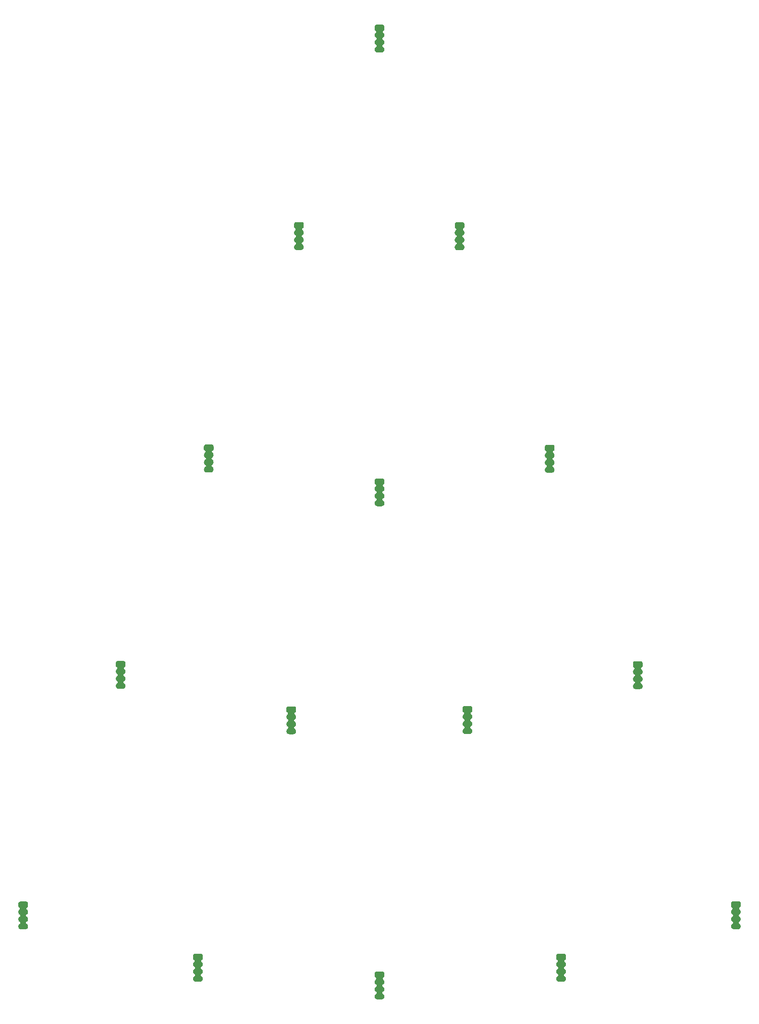
<source format=gbr>
%TF.GenerationSoftware,KiCad,Pcbnew,(2017-08-01 revision 9cbcb3224)-makepkg*%
%TF.CreationDate,2017-09-11T21:28:13-06:00*%
%TF.ProjectId,Christmas_Tree_Disco,4368726973746D61735F547265655F44,V1.0*%
%TF.SameCoordinates,Original*%
%TF.FileFunction,Soldermask,Bot*%
%TF.FilePolarity,Negative*%
%FSLAX46Y46*%
G04 Gerber Fmt 4.6, Leading zero omitted, Abs format (unit mm)*
G04 Created by KiCad (PCBNEW (2017-08-01 revision 9cbcb3224)-makepkg) date 09/11/17 21:28:13*
%MOMM*%
%LPD*%
G01*
G04 APERTURE LIST*
%ADD10C,0.100000*%
G04 APERTURE END LIST*
D10*
G36*
X108908577Y-195950528D02*
X108964898Y-195967613D01*
X109016806Y-195995359D01*
X109062303Y-196032697D01*
X109099641Y-196078194D01*
X109127387Y-196130102D01*
X109144472Y-196186423D01*
X109151209Y-196254827D01*
X109151209Y-196735173D01*
X109144472Y-196803577D01*
X109127387Y-196859898D01*
X109099641Y-196911806D01*
X109062303Y-196957303D01*
X109016806Y-196994641D01*
X108984643Y-197011833D01*
X108952043Y-197033615D01*
X108924320Y-197061338D01*
X108902538Y-197093938D01*
X108887534Y-197130160D01*
X108879885Y-197168614D01*
X108879885Y-197207820D01*
X108887534Y-197246274D01*
X108902538Y-197282496D01*
X108924320Y-197315096D01*
X108947843Y-197338877D01*
X108997073Y-197380185D01*
X109064333Y-197463840D01*
X109114064Y-197558966D01*
X109144371Y-197661940D01*
X109144384Y-197662078D01*
X109144396Y-197662120D01*
X109154109Y-197768835D01*
X109142908Y-197875397D01*
X109142895Y-197875438D01*
X109142879Y-197875593D01*
X109111138Y-197978134D01*
X109060084Y-198072556D01*
X108991662Y-198155264D01*
X108908478Y-198223107D01*
X108901914Y-198226597D01*
X108873516Y-198245483D01*
X108845732Y-198273146D01*
X108823879Y-198305698D01*
X108808797Y-198341888D01*
X108801064Y-198380325D01*
X108800979Y-198419532D01*
X108808544Y-198458002D01*
X108823469Y-198494257D01*
X108845180Y-198526903D01*
X108872843Y-198554687D01*
X108899375Y-198572683D01*
X108914845Y-198581188D01*
X108997073Y-198650185D01*
X109064333Y-198733840D01*
X109114064Y-198828966D01*
X109144371Y-198931940D01*
X109144384Y-198932078D01*
X109144396Y-198932120D01*
X109154109Y-199038835D01*
X109142908Y-199145397D01*
X109142895Y-199145438D01*
X109142879Y-199145593D01*
X109111138Y-199248134D01*
X109060084Y-199342556D01*
X108991662Y-199425264D01*
X108908478Y-199493107D01*
X108901914Y-199496597D01*
X108873516Y-199515483D01*
X108845732Y-199543146D01*
X108823879Y-199575698D01*
X108808797Y-199611888D01*
X108801064Y-199650325D01*
X108800979Y-199689532D01*
X108808544Y-199728002D01*
X108823469Y-199764257D01*
X108845180Y-199796903D01*
X108872843Y-199824687D01*
X108899375Y-199842683D01*
X108914845Y-199851188D01*
X108997073Y-199920185D01*
X109064333Y-200003840D01*
X109114064Y-200098966D01*
X109144371Y-200201940D01*
X109144384Y-200202078D01*
X109144396Y-200202120D01*
X109154109Y-200308835D01*
X109142908Y-200415397D01*
X109142895Y-200415438D01*
X109142879Y-200415593D01*
X109111138Y-200518134D01*
X109060084Y-200612556D01*
X108991662Y-200695264D01*
X108908478Y-200763107D01*
X108813702Y-200813500D01*
X108710942Y-200844525D01*
X108604113Y-200855000D01*
X107995887Y-200855000D01*
X107988208Y-200854946D01*
X107881536Y-200842981D01*
X107779219Y-200810524D01*
X107685155Y-200758812D01*
X107602927Y-200689815D01*
X107535667Y-200606160D01*
X107485936Y-200511034D01*
X107455629Y-200408060D01*
X107455616Y-200407922D01*
X107455604Y-200407880D01*
X107445891Y-200301165D01*
X107457092Y-200194603D01*
X107457105Y-200194562D01*
X107457121Y-200194407D01*
X107488862Y-200091866D01*
X107539916Y-199997444D01*
X107608338Y-199914736D01*
X107691522Y-199846893D01*
X107698086Y-199843403D01*
X107726484Y-199824517D01*
X107754268Y-199796854D01*
X107776121Y-199764302D01*
X107791203Y-199728112D01*
X107798936Y-199689675D01*
X107799021Y-199650468D01*
X107791456Y-199611998D01*
X107776531Y-199575743D01*
X107754820Y-199543097D01*
X107727157Y-199515313D01*
X107700625Y-199497317D01*
X107685155Y-199488812D01*
X107602927Y-199419815D01*
X107535667Y-199336160D01*
X107485936Y-199241034D01*
X107455629Y-199138060D01*
X107455616Y-199137922D01*
X107455604Y-199137880D01*
X107445891Y-199031165D01*
X107457092Y-198924603D01*
X107457105Y-198924562D01*
X107457121Y-198924407D01*
X107488862Y-198821866D01*
X107539916Y-198727444D01*
X107608338Y-198644736D01*
X107691522Y-198576893D01*
X107698086Y-198573403D01*
X107726484Y-198554517D01*
X107754268Y-198526854D01*
X107776121Y-198494302D01*
X107791203Y-198458112D01*
X107798936Y-198419675D01*
X107799021Y-198380468D01*
X107791456Y-198341998D01*
X107776531Y-198305743D01*
X107754820Y-198273097D01*
X107727157Y-198245313D01*
X107700625Y-198227317D01*
X107685155Y-198218812D01*
X107602927Y-198149815D01*
X107535667Y-198066160D01*
X107485936Y-197971034D01*
X107455629Y-197868060D01*
X107455616Y-197867922D01*
X107455604Y-197867880D01*
X107445891Y-197761165D01*
X107457092Y-197654603D01*
X107457105Y-197654562D01*
X107457121Y-197654407D01*
X107488862Y-197551866D01*
X107539916Y-197457444D01*
X107608338Y-197374736D01*
X107649998Y-197340759D01*
X107675326Y-197315585D01*
X107697208Y-197283053D01*
X107712322Y-197246876D01*
X107720088Y-197208446D01*
X107720208Y-197169239D01*
X107712676Y-197130763D01*
X107697783Y-197094495D01*
X107676101Y-197061829D01*
X107648462Y-197034021D01*
X107615395Y-197011852D01*
X107583195Y-196994641D01*
X107583194Y-196994640D01*
X107583190Y-196994638D01*
X107537697Y-196957303D01*
X107500359Y-196911806D01*
X107472613Y-196859898D01*
X107455528Y-196803577D01*
X107448791Y-196735173D01*
X107448791Y-196254827D01*
X107455528Y-196186423D01*
X107472613Y-196130102D01*
X107500359Y-196078194D01*
X107537697Y-196032697D01*
X107583194Y-195995359D01*
X107635102Y-195967613D01*
X107691423Y-195950528D01*
X107759827Y-195943791D01*
X108840173Y-195943791D01*
X108908577Y-195950528D01*
X108908577Y-195950528D01*
G37*
G36*
X140908577Y-192850528D02*
X140964898Y-192867613D01*
X141016806Y-192895359D01*
X141062303Y-192932697D01*
X141099641Y-192978194D01*
X141127387Y-193030102D01*
X141144472Y-193086423D01*
X141151209Y-193154827D01*
X141151209Y-193635173D01*
X141144472Y-193703577D01*
X141127387Y-193759898D01*
X141099641Y-193811806D01*
X141062303Y-193857303D01*
X141016806Y-193894641D01*
X140984643Y-193911833D01*
X140952043Y-193933615D01*
X140924320Y-193961338D01*
X140902538Y-193993938D01*
X140887534Y-194030160D01*
X140879885Y-194068614D01*
X140879885Y-194107820D01*
X140887534Y-194146274D01*
X140902538Y-194182496D01*
X140924320Y-194215096D01*
X140947843Y-194238877D01*
X140997073Y-194280185D01*
X141064333Y-194363840D01*
X141114064Y-194458966D01*
X141144371Y-194561940D01*
X141144384Y-194562078D01*
X141144396Y-194562120D01*
X141154109Y-194668835D01*
X141142908Y-194775397D01*
X141142895Y-194775438D01*
X141142879Y-194775593D01*
X141111138Y-194878134D01*
X141060084Y-194972556D01*
X140991662Y-195055264D01*
X140908478Y-195123107D01*
X140901914Y-195126597D01*
X140873516Y-195145483D01*
X140845732Y-195173146D01*
X140823879Y-195205698D01*
X140808797Y-195241888D01*
X140801064Y-195280325D01*
X140800979Y-195319532D01*
X140808544Y-195358002D01*
X140823469Y-195394257D01*
X140845180Y-195426903D01*
X140872843Y-195454687D01*
X140899375Y-195472683D01*
X140914845Y-195481188D01*
X140997073Y-195550185D01*
X141064333Y-195633840D01*
X141114064Y-195728966D01*
X141144371Y-195831940D01*
X141144384Y-195832078D01*
X141144396Y-195832120D01*
X141154109Y-195938835D01*
X141142908Y-196045397D01*
X141142895Y-196045438D01*
X141142879Y-196045593D01*
X141111138Y-196148134D01*
X141060084Y-196242556D01*
X140991662Y-196325264D01*
X140908478Y-196393107D01*
X140901914Y-196396597D01*
X140873516Y-196415483D01*
X140845732Y-196443146D01*
X140823879Y-196475698D01*
X140808797Y-196511888D01*
X140801064Y-196550325D01*
X140800979Y-196589532D01*
X140808544Y-196628002D01*
X140823469Y-196664257D01*
X140845180Y-196696903D01*
X140872843Y-196724687D01*
X140899375Y-196742683D01*
X140914845Y-196751188D01*
X140997073Y-196820185D01*
X141064333Y-196903840D01*
X141114064Y-196998966D01*
X141144371Y-197101940D01*
X141144384Y-197102078D01*
X141144396Y-197102120D01*
X141154109Y-197208835D01*
X141142908Y-197315397D01*
X141142895Y-197315438D01*
X141142879Y-197315593D01*
X141111138Y-197418134D01*
X141060084Y-197512556D01*
X140991662Y-197595264D01*
X140908478Y-197663107D01*
X140813702Y-197713500D01*
X140710942Y-197744525D01*
X140604113Y-197755000D01*
X139995887Y-197755000D01*
X139988208Y-197754946D01*
X139881536Y-197742981D01*
X139779219Y-197710524D01*
X139685155Y-197658812D01*
X139602927Y-197589815D01*
X139535667Y-197506160D01*
X139485936Y-197411034D01*
X139455629Y-197308060D01*
X139455616Y-197307922D01*
X139455604Y-197307880D01*
X139445891Y-197201165D01*
X139457092Y-197094603D01*
X139457105Y-197094562D01*
X139457121Y-197094407D01*
X139488862Y-196991866D01*
X139539916Y-196897444D01*
X139608338Y-196814736D01*
X139691522Y-196746893D01*
X139698086Y-196743403D01*
X139726484Y-196724517D01*
X139754268Y-196696854D01*
X139776121Y-196664302D01*
X139791203Y-196628112D01*
X139798936Y-196589675D01*
X139799021Y-196550468D01*
X139791456Y-196511998D01*
X139776531Y-196475743D01*
X139754820Y-196443097D01*
X139727157Y-196415313D01*
X139700625Y-196397317D01*
X139685155Y-196388812D01*
X139602927Y-196319815D01*
X139535667Y-196236160D01*
X139485936Y-196141034D01*
X139455629Y-196038060D01*
X139455616Y-196037922D01*
X139455604Y-196037880D01*
X139445891Y-195931165D01*
X139457092Y-195824603D01*
X139457105Y-195824562D01*
X139457121Y-195824407D01*
X139488862Y-195721866D01*
X139539916Y-195627444D01*
X139608338Y-195544736D01*
X139691522Y-195476893D01*
X139698086Y-195473403D01*
X139726484Y-195454517D01*
X139754268Y-195426854D01*
X139776121Y-195394302D01*
X139791203Y-195358112D01*
X139798936Y-195319675D01*
X139799021Y-195280468D01*
X139791456Y-195241998D01*
X139776531Y-195205743D01*
X139754820Y-195173097D01*
X139727157Y-195145313D01*
X139700625Y-195127317D01*
X139685155Y-195118812D01*
X139602927Y-195049815D01*
X139535667Y-194966160D01*
X139485936Y-194871034D01*
X139455629Y-194768060D01*
X139455616Y-194767922D01*
X139455604Y-194767880D01*
X139445891Y-194661165D01*
X139457092Y-194554603D01*
X139457105Y-194554562D01*
X139457121Y-194554407D01*
X139488862Y-194451866D01*
X139539916Y-194357444D01*
X139608338Y-194274736D01*
X139649998Y-194240759D01*
X139675326Y-194215585D01*
X139697208Y-194183053D01*
X139712322Y-194146876D01*
X139720088Y-194108446D01*
X139720208Y-194069239D01*
X139712676Y-194030763D01*
X139697783Y-193994495D01*
X139676101Y-193961829D01*
X139648462Y-193934021D01*
X139615395Y-193911852D01*
X139583195Y-193894641D01*
X139583194Y-193894640D01*
X139583190Y-193894638D01*
X139537697Y-193857303D01*
X139500359Y-193811806D01*
X139472613Y-193759898D01*
X139455528Y-193703577D01*
X139448791Y-193635173D01*
X139448791Y-193154827D01*
X139455528Y-193086423D01*
X139472613Y-193030102D01*
X139500359Y-192978194D01*
X139537697Y-192932697D01*
X139583194Y-192895359D01*
X139635102Y-192867613D01*
X139691423Y-192850528D01*
X139759827Y-192843791D01*
X140840173Y-192843791D01*
X140908577Y-192850528D01*
X140908577Y-192850528D01*
G37*
G36*
X76908577Y-192850528D02*
X76964898Y-192867613D01*
X77016806Y-192895359D01*
X77062303Y-192932697D01*
X77099641Y-192978194D01*
X77127387Y-193030102D01*
X77144472Y-193086423D01*
X77151209Y-193154827D01*
X77151209Y-193635173D01*
X77144472Y-193703577D01*
X77127387Y-193759898D01*
X77099641Y-193811806D01*
X77062303Y-193857303D01*
X77016806Y-193894641D01*
X76984643Y-193911833D01*
X76952043Y-193933615D01*
X76924320Y-193961338D01*
X76902538Y-193993938D01*
X76887534Y-194030160D01*
X76879885Y-194068614D01*
X76879885Y-194107820D01*
X76887534Y-194146274D01*
X76902538Y-194182496D01*
X76924320Y-194215096D01*
X76947843Y-194238877D01*
X76997073Y-194280185D01*
X77064333Y-194363840D01*
X77114064Y-194458966D01*
X77144371Y-194561940D01*
X77144384Y-194562078D01*
X77144396Y-194562120D01*
X77154109Y-194668835D01*
X77142908Y-194775397D01*
X77142895Y-194775438D01*
X77142879Y-194775593D01*
X77111138Y-194878134D01*
X77060084Y-194972556D01*
X76991662Y-195055264D01*
X76908478Y-195123107D01*
X76901914Y-195126597D01*
X76873516Y-195145483D01*
X76845732Y-195173146D01*
X76823879Y-195205698D01*
X76808797Y-195241888D01*
X76801064Y-195280325D01*
X76800979Y-195319532D01*
X76808544Y-195358002D01*
X76823469Y-195394257D01*
X76845180Y-195426903D01*
X76872843Y-195454687D01*
X76899375Y-195472683D01*
X76914845Y-195481188D01*
X76997073Y-195550185D01*
X77064333Y-195633840D01*
X77114064Y-195728966D01*
X77144371Y-195831940D01*
X77144384Y-195832078D01*
X77144396Y-195832120D01*
X77154109Y-195938835D01*
X77142908Y-196045397D01*
X77142895Y-196045438D01*
X77142879Y-196045593D01*
X77111138Y-196148134D01*
X77060084Y-196242556D01*
X76991662Y-196325264D01*
X76908478Y-196393107D01*
X76901914Y-196396597D01*
X76873516Y-196415483D01*
X76845732Y-196443146D01*
X76823879Y-196475698D01*
X76808797Y-196511888D01*
X76801064Y-196550325D01*
X76800979Y-196589532D01*
X76808544Y-196628002D01*
X76823469Y-196664257D01*
X76845180Y-196696903D01*
X76872843Y-196724687D01*
X76899375Y-196742683D01*
X76914845Y-196751188D01*
X76997073Y-196820185D01*
X77064333Y-196903840D01*
X77114064Y-196998966D01*
X77144371Y-197101940D01*
X77144384Y-197102078D01*
X77144396Y-197102120D01*
X77154109Y-197208835D01*
X77142908Y-197315397D01*
X77142895Y-197315438D01*
X77142879Y-197315593D01*
X77111138Y-197418134D01*
X77060084Y-197512556D01*
X76991662Y-197595264D01*
X76908478Y-197663107D01*
X76813702Y-197713500D01*
X76710942Y-197744525D01*
X76604113Y-197755000D01*
X75995887Y-197755000D01*
X75988208Y-197754946D01*
X75881536Y-197742981D01*
X75779219Y-197710524D01*
X75685155Y-197658812D01*
X75602927Y-197589815D01*
X75535667Y-197506160D01*
X75485936Y-197411034D01*
X75455629Y-197308060D01*
X75455616Y-197307922D01*
X75455604Y-197307880D01*
X75445891Y-197201165D01*
X75457092Y-197094603D01*
X75457105Y-197094562D01*
X75457121Y-197094407D01*
X75488862Y-196991866D01*
X75539916Y-196897444D01*
X75608338Y-196814736D01*
X75691522Y-196746893D01*
X75698086Y-196743403D01*
X75726484Y-196724517D01*
X75754268Y-196696854D01*
X75776121Y-196664302D01*
X75791203Y-196628112D01*
X75798936Y-196589675D01*
X75799021Y-196550468D01*
X75791456Y-196511998D01*
X75776531Y-196475743D01*
X75754820Y-196443097D01*
X75727157Y-196415313D01*
X75700625Y-196397317D01*
X75685155Y-196388812D01*
X75602927Y-196319815D01*
X75535667Y-196236160D01*
X75485936Y-196141034D01*
X75455629Y-196038060D01*
X75455616Y-196037922D01*
X75455604Y-196037880D01*
X75445891Y-195931165D01*
X75457092Y-195824603D01*
X75457105Y-195824562D01*
X75457121Y-195824407D01*
X75488862Y-195721866D01*
X75539916Y-195627444D01*
X75608338Y-195544736D01*
X75691522Y-195476893D01*
X75698086Y-195473403D01*
X75726484Y-195454517D01*
X75754268Y-195426854D01*
X75776121Y-195394302D01*
X75791203Y-195358112D01*
X75798936Y-195319675D01*
X75799021Y-195280468D01*
X75791456Y-195241998D01*
X75776531Y-195205743D01*
X75754820Y-195173097D01*
X75727157Y-195145313D01*
X75700625Y-195127317D01*
X75685155Y-195118812D01*
X75602927Y-195049815D01*
X75535667Y-194966160D01*
X75485936Y-194871034D01*
X75455629Y-194768060D01*
X75455616Y-194767922D01*
X75455604Y-194767880D01*
X75445891Y-194661165D01*
X75457092Y-194554603D01*
X75457105Y-194554562D01*
X75457121Y-194554407D01*
X75488862Y-194451866D01*
X75539916Y-194357444D01*
X75608338Y-194274736D01*
X75649998Y-194240759D01*
X75675326Y-194215585D01*
X75697208Y-194183053D01*
X75712322Y-194146876D01*
X75720088Y-194108446D01*
X75720208Y-194069239D01*
X75712676Y-194030763D01*
X75697783Y-193994495D01*
X75676101Y-193961829D01*
X75648462Y-193934021D01*
X75615395Y-193911852D01*
X75583195Y-193894641D01*
X75583194Y-193894640D01*
X75583190Y-193894638D01*
X75537697Y-193857303D01*
X75500359Y-193811806D01*
X75472613Y-193759898D01*
X75455528Y-193703577D01*
X75448791Y-193635173D01*
X75448791Y-193154827D01*
X75455528Y-193086423D01*
X75472613Y-193030102D01*
X75500359Y-192978194D01*
X75537697Y-192932697D01*
X75583194Y-192895359D01*
X75635102Y-192867613D01*
X75691423Y-192850528D01*
X75759827Y-192843791D01*
X76840173Y-192843791D01*
X76908577Y-192850528D01*
X76908577Y-192850528D01*
G37*
G36*
X46109672Y-183655028D02*
X46165993Y-183672113D01*
X46217901Y-183699859D01*
X46263398Y-183737197D01*
X46300736Y-183782694D01*
X46328482Y-183834602D01*
X46345567Y-183890923D01*
X46352304Y-183959327D01*
X46352304Y-184439673D01*
X46345567Y-184508077D01*
X46328482Y-184564398D01*
X46300736Y-184616306D01*
X46263398Y-184661803D01*
X46217901Y-184699141D01*
X46185738Y-184716333D01*
X46153138Y-184738115D01*
X46125415Y-184765838D01*
X46103633Y-184798438D01*
X46088629Y-184834660D01*
X46080980Y-184873114D01*
X46080980Y-184912320D01*
X46088629Y-184950774D01*
X46103633Y-184986996D01*
X46125415Y-185019596D01*
X46148938Y-185043377D01*
X46198168Y-185084685D01*
X46265428Y-185168340D01*
X46315159Y-185263466D01*
X46345466Y-185366440D01*
X46345479Y-185366578D01*
X46345491Y-185366620D01*
X46355204Y-185473335D01*
X46344003Y-185579897D01*
X46343990Y-185579938D01*
X46343974Y-185580093D01*
X46312233Y-185682634D01*
X46261179Y-185777056D01*
X46192757Y-185859764D01*
X46109573Y-185927607D01*
X46103009Y-185931097D01*
X46074611Y-185949983D01*
X46046827Y-185977646D01*
X46024974Y-186010198D01*
X46009892Y-186046388D01*
X46002159Y-186084825D01*
X46002074Y-186124032D01*
X46009639Y-186162502D01*
X46024564Y-186198757D01*
X46046275Y-186231403D01*
X46073938Y-186259187D01*
X46100470Y-186277183D01*
X46115940Y-186285688D01*
X46198168Y-186354685D01*
X46265428Y-186438340D01*
X46315159Y-186533466D01*
X46345466Y-186636440D01*
X46345479Y-186636578D01*
X46345491Y-186636620D01*
X46355204Y-186743335D01*
X46344003Y-186849897D01*
X46343990Y-186849938D01*
X46343974Y-186850093D01*
X46312233Y-186952634D01*
X46261179Y-187047056D01*
X46192757Y-187129764D01*
X46109573Y-187197607D01*
X46103009Y-187201097D01*
X46074611Y-187219983D01*
X46046827Y-187247646D01*
X46024974Y-187280198D01*
X46009892Y-187316388D01*
X46002159Y-187354825D01*
X46002074Y-187394032D01*
X46009639Y-187432502D01*
X46024564Y-187468757D01*
X46046275Y-187501403D01*
X46073938Y-187529187D01*
X46100470Y-187547183D01*
X46115940Y-187555688D01*
X46198168Y-187624685D01*
X46265428Y-187708340D01*
X46315159Y-187803466D01*
X46345466Y-187906440D01*
X46345479Y-187906578D01*
X46345491Y-187906620D01*
X46355204Y-188013335D01*
X46344003Y-188119897D01*
X46343990Y-188119938D01*
X46343974Y-188120093D01*
X46312233Y-188222634D01*
X46261179Y-188317056D01*
X46192757Y-188399764D01*
X46109573Y-188467607D01*
X46014797Y-188518000D01*
X45912037Y-188549025D01*
X45805208Y-188559500D01*
X45196982Y-188559500D01*
X45189303Y-188559446D01*
X45082631Y-188547481D01*
X44980314Y-188515024D01*
X44886250Y-188463312D01*
X44804022Y-188394315D01*
X44736762Y-188310660D01*
X44687031Y-188215534D01*
X44656724Y-188112560D01*
X44656711Y-188112422D01*
X44656699Y-188112380D01*
X44646986Y-188005665D01*
X44658187Y-187899103D01*
X44658200Y-187899062D01*
X44658216Y-187898907D01*
X44689957Y-187796366D01*
X44741011Y-187701944D01*
X44809433Y-187619236D01*
X44892617Y-187551393D01*
X44899181Y-187547903D01*
X44927579Y-187529017D01*
X44955363Y-187501354D01*
X44977216Y-187468802D01*
X44992298Y-187432612D01*
X45000031Y-187394175D01*
X45000116Y-187354968D01*
X44992551Y-187316498D01*
X44977626Y-187280243D01*
X44955915Y-187247597D01*
X44928252Y-187219813D01*
X44901720Y-187201817D01*
X44886250Y-187193312D01*
X44804022Y-187124315D01*
X44736762Y-187040660D01*
X44687031Y-186945534D01*
X44656724Y-186842560D01*
X44656711Y-186842422D01*
X44656699Y-186842380D01*
X44646986Y-186735665D01*
X44658187Y-186629103D01*
X44658200Y-186629062D01*
X44658216Y-186628907D01*
X44689957Y-186526366D01*
X44741011Y-186431944D01*
X44809433Y-186349236D01*
X44892617Y-186281393D01*
X44899181Y-186277903D01*
X44927579Y-186259017D01*
X44955363Y-186231354D01*
X44977216Y-186198802D01*
X44992298Y-186162612D01*
X45000031Y-186124175D01*
X45000116Y-186084968D01*
X44992551Y-186046498D01*
X44977626Y-186010243D01*
X44955915Y-185977597D01*
X44928252Y-185949813D01*
X44901720Y-185931817D01*
X44886250Y-185923312D01*
X44804022Y-185854315D01*
X44736762Y-185770660D01*
X44687031Y-185675534D01*
X44656724Y-185572560D01*
X44656711Y-185572422D01*
X44656699Y-185572380D01*
X44646986Y-185465665D01*
X44658187Y-185359103D01*
X44658200Y-185359062D01*
X44658216Y-185358907D01*
X44689957Y-185256366D01*
X44741011Y-185161944D01*
X44809433Y-185079236D01*
X44851093Y-185045259D01*
X44876421Y-185020085D01*
X44898303Y-184987553D01*
X44913417Y-184951376D01*
X44921183Y-184912946D01*
X44921303Y-184873739D01*
X44913771Y-184835263D01*
X44898878Y-184798995D01*
X44877196Y-184766329D01*
X44849557Y-184738521D01*
X44816490Y-184716352D01*
X44784290Y-184699141D01*
X44784289Y-184699140D01*
X44784285Y-184699138D01*
X44738792Y-184661803D01*
X44701454Y-184616306D01*
X44673708Y-184564398D01*
X44656623Y-184508077D01*
X44649886Y-184439673D01*
X44649886Y-183959327D01*
X44656623Y-183890923D01*
X44673708Y-183834602D01*
X44701454Y-183782694D01*
X44738792Y-183737197D01*
X44784289Y-183699859D01*
X44836197Y-183672113D01*
X44892518Y-183655028D01*
X44960922Y-183648291D01*
X46041268Y-183648291D01*
X46109672Y-183655028D01*
X46109672Y-183655028D01*
G37*
G36*
X171708577Y-183615528D02*
X171764898Y-183632613D01*
X171816806Y-183660359D01*
X171862303Y-183697697D01*
X171899641Y-183743194D01*
X171927387Y-183795102D01*
X171944472Y-183851423D01*
X171951209Y-183919827D01*
X171951209Y-184400173D01*
X171944472Y-184468577D01*
X171927387Y-184524898D01*
X171899641Y-184576806D01*
X171862303Y-184622303D01*
X171816806Y-184659641D01*
X171784643Y-184676833D01*
X171752043Y-184698615D01*
X171724320Y-184726338D01*
X171702538Y-184758938D01*
X171687534Y-184795160D01*
X171679885Y-184833614D01*
X171679885Y-184872820D01*
X171687534Y-184911274D01*
X171702538Y-184947496D01*
X171724320Y-184980096D01*
X171747843Y-185003877D01*
X171797073Y-185045185D01*
X171864333Y-185128840D01*
X171914064Y-185223966D01*
X171944371Y-185326940D01*
X171944384Y-185327078D01*
X171944396Y-185327120D01*
X171954109Y-185433835D01*
X171942908Y-185540397D01*
X171942895Y-185540438D01*
X171942879Y-185540593D01*
X171911138Y-185643134D01*
X171860084Y-185737556D01*
X171791662Y-185820264D01*
X171708478Y-185888107D01*
X171701914Y-185891597D01*
X171673516Y-185910483D01*
X171645732Y-185938146D01*
X171623879Y-185970698D01*
X171608797Y-186006888D01*
X171601064Y-186045325D01*
X171600979Y-186084532D01*
X171608544Y-186123002D01*
X171623469Y-186159257D01*
X171645180Y-186191903D01*
X171672843Y-186219687D01*
X171699375Y-186237683D01*
X171714845Y-186246188D01*
X171797073Y-186315185D01*
X171864333Y-186398840D01*
X171914064Y-186493966D01*
X171944371Y-186596940D01*
X171944384Y-186597078D01*
X171944396Y-186597120D01*
X171954109Y-186703835D01*
X171942908Y-186810397D01*
X171942895Y-186810438D01*
X171942879Y-186810593D01*
X171911138Y-186913134D01*
X171860084Y-187007556D01*
X171791662Y-187090264D01*
X171708478Y-187158107D01*
X171701914Y-187161597D01*
X171673516Y-187180483D01*
X171645732Y-187208146D01*
X171623879Y-187240698D01*
X171608797Y-187276888D01*
X171601064Y-187315325D01*
X171600979Y-187354532D01*
X171608544Y-187393002D01*
X171623469Y-187429257D01*
X171645180Y-187461903D01*
X171672843Y-187489687D01*
X171699375Y-187507683D01*
X171714845Y-187516188D01*
X171797073Y-187585185D01*
X171864333Y-187668840D01*
X171914064Y-187763966D01*
X171944371Y-187866940D01*
X171944384Y-187867078D01*
X171944396Y-187867120D01*
X171954109Y-187973835D01*
X171942908Y-188080397D01*
X171942895Y-188080438D01*
X171942879Y-188080593D01*
X171911138Y-188183134D01*
X171860084Y-188277556D01*
X171791662Y-188360264D01*
X171708478Y-188428107D01*
X171613702Y-188478500D01*
X171510942Y-188509525D01*
X171404113Y-188520000D01*
X170795887Y-188520000D01*
X170788208Y-188519946D01*
X170681536Y-188507981D01*
X170579219Y-188475524D01*
X170485155Y-188423812D01*
X170402927Y-188354815D01*
X170335667Y-188271160D01*
X170285936Y-188176034D01*
X170255629Y-188073060D01*
X170255616Y-188072922D01*
X170255604Y-188072880D01*
X170245891Y-187966165D01*
X170257092Y-187859603D01*
X170257105Y-187859562D01*
X170257121Y-187859407D01*
X170288862Y-187756866D01*
X170339916Y-187662444D01*
X170408338Y-187579736D01*
X170491522Y-187511893D01*
X170498086Y-187508403D01*
X170526484Y-187489517D01*
X170554268Y-187461854D01*
X170576121Y-187429302D01*
X170591203Y-187393112D01*
X170598936Y-187354675D01*
X170599021Y-187315468D01*
X170591456Y-187276998D01*
X170576531Y-187240743D01*
X170554820Y-187208097D01*
X170527157Y-187180313D01*
X170500625Y-187162317D01*
X170485155Y-187153812D01*
X170402927Y-187084815D01*
X170335667Y-187001160D01*
X170285936Y-186906034D01*
X170255629Y-186803060D01*
X170255616Y-186802922D01*
X170255604Y-186802880D01*
X170245891Y-186696165D01*
X170257092Y-186589603D01*
X170257105Y-186589562D01*
X170257121Y-186589407D01*
X170288862Y-186486866D01*
X170339916Y-186392444D01*
X170408338Y-186309736D01*
X170491522Y-186241893D01*
X170498086Y-186238403D01*
X170526484Y-186219517D01*
X170554268Y-186191854D01*
X170576121Y-186159302D01*
X170591203Y-186123112D01*
X170598936Y-186084675D01*
X170599021Y-186045468D01*
X170591456Y-186006998D01*
X170576531Y-185970743D01*
X170554820Y-185938097D01*
X170527157Y-185910313D01*
X170500625Y-185892317D01*
X170485155Y-185883812D01*
X170402927Y-185814815D01*
X170335667Y-185731160D01*
X170285936Y-185636034D01*
X170255629Y-185533060D01*
X170255616Y-185532922D01*
X170255604Y-185532880D01*
X170245891Y-185426165D01*
X170257092Y-185319603D01*
X170257105Y-185319562D01*
X170257121Y-185319407D01*
X170288862Y-185216866D01*
X170339916Y-185122444D01*
X170408338Y-185039736D01*
X170449998Y-185005759D01*
X170475326Y-184980585D01*
X170497208Y-184948053D01*
X170512322Y-184911876D01*
X170520088Y-184873446D01*
X170520208Y-184834239D01*
X170512676Y-184795763D01*
X170497783Y-184759495D01*
X170476101Y-184726829D01*
X170448462Y-184699021D01*
X170415395Y-184676852D01*
X170383195Y-184659641D01*
X170383194Y-184659640D01*
X170383190Y-184659638D01*
X170337697Y-184622303D01*
X170300359Y-184576806D01*
X170272613Y-184524898D01*
X170255528Y-184468577D01*
X170248791Y-184400173D01*
X170248791Y-183919827D01*
X170255528Y-183851423D01*
X170272613Y-183795102D01*
X170300359Y-183743194D01*
X170337697Y-183697697D01*
X170383194Y-183660359D01*
X170435102Y-183632613D01*
X170491423Y-183615528D01*
X170559827Y-183608791D01*
X171640173Y-183608791D01*
X171708577Y-183615528D01*
X171708577Y-183615528D01*
G37*
G36*
X93350577Y-149290528D02*
X93406898Y-149307613D01*
X93458806Y-149335359D01*
X93504303Y-149372697D01*
X93541641Y-149418194D01*
X93569387Y-149470102D01*
X93586472Y-149526423D01*
X93593209Y-149594827D01*
X93593209Y-150075173D01*
X93586472Y-150143577D01*
X93569387Y-150199898D01*
X93541641Y-150251806D01*
X93504303Y-150297303D01*
X93458806Y-150334641D01*
X93426643Y-150351833D01*
X93394043Y-150373615D01*
X93366320Y-150401338D01*
X93344538Y-150433938D01*
X93329534Y-150470160D01*
X93321885Y-150508614D01*
X93321885Y-150547820D01*
X93329534Y-150586274D01*
X93344538Y-150622496D01*
X93366320Y-150655096D01*
X93389843Y-150678877D01*
X93439073Y-150720185D01*
X93506333Y-150803840D01*
X93556064Y-150898966D01*
X93586371Y-151001940D01*
X93586384Y-151002078D01*
X93586396Y-151002120D01*
X93596109Y-151108835D01*
X93584908Y-151215397D01*
X93584895Y-151215438D01*
X93584879Y-151215593D01*
X93553138Y-151318134D01*
X93502084Y-151412556D01*
X93433662Y-151495264D01*
X93350478Y-151563107D01*
X93343914Y-151566597D01*
X93315516Y-151585483D01*
X93287732Y-151613146D01*
X93265879Y-151645698D01*
X93250797Y-151681888D01*
X93243064Y-151720325D01*
X93242979Y-151759532D01*
X93250544Y-151798002D01*
X93265469Y-151834257D01*
X93287180Y-151866903D01*
X93314843Y-151894687D01*
X93341375Y-151912683D01*
X93356845Y-151921188D01*
X93439073Y-151990185D01*
X93506333Y-152073840D01*
X93556064Y-152168966D01*
X93586371Y-152271940D01*
X93586384Y-152272078D01*
X93586396Y-152272120D01*
X93596109Y-152378835D01*
X93584908Y-152485397D01*
X93584895Y-152485438D01*
X93584879Y-152485593D01*
X93553138Y-152588134D01*
X93502084Y-152682556D01*
X93433662Y-152765264D01*
X93350478Y-152833107D01*
X93343914Y-152836597D01*
X93315516Y-152855483D01*
X93287732Y-152883146D01*
X93265879Y-152915698D01*
X93250797Y-152951888D01*
X93243064Y-152990325D01*
X93242979Y-153029532D01*
X93250544Y-153068002D01*
X93265469Y-153104257D01*
X93287180Y-153136903D01*
X93314843Y-153164687D01*
X93341375Y-153182683D01*
X93356845Y-153191188D01*
X93439073Y-153260185D01*
X93506333Y-153343840D01*
X93556064Y-153438966D01*
X93586371Y-153541940D01*
X93586384Y-153542078D01*
X93586396Y-153542120D01*
X93596109Y-153648835D01*
X93584908Y-153755397D01*
X93584895Y-153755438D01*
X93584879Y-153755593D01*
X93553138Y-153858134D01*
X93502084Y-153952556D01*
X93433662Y-154035264D01*
X93350478Y-154103107D01*
X93255702Y-154153500D01*
X93152942Y-154184525D01*
X93046113Y-154195000D01*
X92437887Y-154195000D01*
X92430208Y-154194946D01*
X92323536Y-154182981D01*
X92221219Y-154150524D01*
X92127155Y-154098812D01*
X92044927Y-154029815D01*
X91977667Y-153946160D01*
X91927936Y-153851034D01*
X91897629Y-153748060D01*
X91897616Y-153747922D01*
X91897604Y-153747880D01*
X91887891Y-153641165D01*
X91899092Y-153534603D01*
X91899105Y-153534562D01*
X91899121Y-153534407D01*
X91930862Y-153431866D01*
X91981916Y-153337444D01*
X92050338Y-153254736D01*
X92133522Y-153186893D01*
X92140086Y-153183403D01*
X92168484Y-153164517D01*
X92196268Y-153136854D01*
X92218121Y-153104302D01*
X92233203Y-153068112D01*
X92240936Y-153029675D01*
X92241021Y-152990468D01*
X92233456Y-152951998D01*
X92218531Y-152915743D01*
X92196820Y-152883097D01*
X92169157Y-152855313D01*
X92142625Y-152837317D01*
X92127155Y-152828812D01*
X92044927Y-152759815D01*
X91977667Y-152676160D01*
X91927936Y-152581034D01*
X91897629Y-152478060D01*
X91897616Y-152477922D01*
X91897604Y-152477880D01*
X91887891Y-152371165D01*
X91899092Y-152264603D01*
X91899105Y-152264562D01*
X91899121Y-152264407D01*
X91930862Y-152161866D01*
X91981916Y-152067444D01*
X92050338Y-151984736D01*
X92133522Y-151916893D01*
X92140086Y-151913403D01*
X92168484Y-151894517D01*
X92196268Y-151866854D01*
X92218121Y-151834302D01*
X92233203Y-151798112D01*
X92240936Y-151759675D01*
X92241021Y-151720468D01*
X92233456Y-151681998D01*
X92218531Y-151645743D01*
X92196820Y-151613097D01*
X92169157Y-151585313D01*
X92142625Y-151567317D01*
X92127155Y-151558812D01*
X92044927Y-151489815D01*
X91977667Y-151406160D01*
X91927936Y-151311034D01*
X91897629Y-151208060D01*
X91897616Y-151207922D01*
X91897604Y-151207880D01*
X91887891Y-151101165D01*
X91899092Y-150994603D01*
X91899105Y-150994562D01*
X91899121Y-150994407D01*
X91930862Y-150891866D01*
X91981916Y-150797444D01*
X92050338Y-150714736D01*
X92091998Y-150680759D01*
X92117326Y-150655585D01*
X92139208Y-150623053D01*
X92154322Y-150586876D01*
X92162088Y-150548446D01*
X92162208Y-150509239D01*
X92154676Y-150470763D01*
X92139783Y-150434495D01*
X92118101Y-150401829D01*
X92090462Y-150374021D01*
X92057395Y-150351852D01*
X92025195Y-150334641D01*
X92025194Y-150334640D01*
X92025190Y-150334638D01*
X91979697Y-150297303D01*
X91942359Y-150251806D01*
X91914613Y-150199898D01*
X91897528Y-150143577D01*
X91890791Y-150075173D01*
X91890791Y-149594827D01*
X91897528Y-149526423D01*
X91914613Y-149470102D01*
X91942359Y-149418194D01*
X91979697Y-149372697D01*
X92025194Y-149335359D01*
X92077102Y-149307613D01*
X92133423Y-149290528D01*
X92201827Y-149283791D01*
X93282173Y-149283791D01*
X93350577Y-149290528D01*
X93350577Y-149290528D01*
G37*
G36*
X124408577Y-149250528D02*
X124464898Y-149267613D01*
X124516806Y-149295359D01*
X124562303Y-149332697D01*
X124599641Y-149378194D01*
X124627387Y-149430102D01*
X124644472Y-149486423D01*
X124651209Y-149554827D01*
X124651209Y-150035173D01*
X124644472Y-150103577D01*
X124627387Y-150159898D01*
X124599641Y-150211806D01*
X124562303Y-150257303D01*
X124516806Y-150294641D01*
X124484643Y-150311833D01*
X124452043Y-150333615D01*
X124424320Y-150361338D01*
X124402538Y-150393938D01*
X124387534Y-150430160D01*
X124379885Y-150468614D01*
X124379885Y-150507820D01*
X124387534Y-150546274D01*
X124402538Y-150582496D01*
X124424320Y-150615096D01*
X124447843Y-150638877D01*
X124497073Y-150680185D01*
X124564333Y-150763840D01*
X124614064Y-150858966D01*
X124644371Y-150961940D01*
X124644384Y-150962078D01*
X124644396Y-150962120D01*
X124654109Y-151068835D01*
X124642908Y-151175397D01*
X124642895Y-151175438D01*
X124642879Y-151175593D01*
X124611138Y-151278134D01*
X124560084Y-151372556D01*
X124491662Y-151455264D01*
X124408478Y-151523107D01*
X124401914Y-151526597D01*
X124373516Y-151545483D01*
X124345732Y-151573146D01*
X124323879Y-151605698D01*
X124308797Y-151641888D01*
X124301064Y-151680325D01*
X124300979Y-151719532D01*
X124308544Y-151758002D01*
X124323469Y-151794257D01*
X124345180Y-151826903D01*
X124372843Y-151854687D01*
X124399375Y-151872683D01*
X124414845Y-151881188D01*
X124497073Y-151950185D01*
X124564333Y-152033840D01*
X124614064Y-152128966D01*
X124644371Y-152231940D01*
X124644384Y-152232078D01*
X124644396Y-152232120D01*
X124654109Y-152338835D01*
X124642908Y-152445397D01*
X124642895Y-152445438D01*
X124642879Y-152445593D01*
X124611138Y-152548134D01*
X124560084Y-152642556D01*
X124491662Y-152725264D01*
X124408478Y-152793107D01*
X124401914Y-152796597D01*
X124373516Y-152815483D01*
X124345732Y-152843146D01*
X124323879Y-152875698D01*
X124308797Y-152911888D01*
X124301064Y-152950325D01*
X124300979Y-152989532D01*
X124308544Y-153028002D01*
X124323469Y-153064257D01*
X124345180Y-153096903D01*
X124372843Y-153124687D01*
X124399375Y-153142683D01*
X124414845Y-153151188D01*
X124497073Y-153220185D01*
X124564333Y-153303840D01*
X124614064Y-153398966D01*
X124644371Y-153501940D01*
X124644384Y-153502078D01*
X124644396Y-153502120D01*
X124654109Y-153608835D01*
X124642908Y-153715397D01*
X124642895Y-153715438D01*
X124642879Y-153715593D01*
X124611138Y-153818134D01*
X124560084Y-153912556D01*
X124491662Y-153995264D01*
X124408478Y-154063107D01*
X124313702Y-154113500D01*
X124210942Y-154144525D01*
X124104113Y-154155000D01*
X123495887Y-154155000D01*
X123488208Y-154154946D01*
X123381536Y-154142981D01*
X123279219Y-154110524D01*
X123185155Y-154058812D01*
X123102927Y-153989815D01*
X123035667Y-153906160D01*
X122985936Y-153811034D01*
X122955629Y-153708060D01*
X122955616Y-153707922D01*
X122955604Y-153707880D01*
X122945891Y-153601165D01*
X122957092Y-153494603D01*
X122957105Y-153494562D01*
X122957121Y-153494407D01*
X122988862Y-153391866D01*
X123039916Y-153297444D01*
X123108338Y-153214736D01*
X123191522Y-153146893D01*
X123198086Y-153143403D01*
X123226484Y-153124517D01*
X123254268Y-153096854D01*
X123276121Y-153064302D01*
X123291203Y-153028112D01*
X123298936Y-152989675D01*
X123299021Y-152950468D01*
X123291456Y-152911998D01*
X123276531Y-152875743D01*
X123254820Y-152843097D01*
X123227157Y-152815313D01*
X123200625Y-152797317D01*
X123185155Y-152788812D01*
X123102927Y-152719815D01*
X123035667Y-152636160D01*
X122985936Y-152541034D01*
X122955629Y-152438060D01*
X122955616Y-152437922D01*
X122955604Y-152437880D01*
X122945891Y-152331165D01*
X122957092Y-152224603D01*
X122957105Y-152224562D01*
X122957121Y-152224407D01*
X122988862Y-152121866D01*
X123039916Y-152027444D01*
X123108338Y-151944736D01*
X123191522Y-151876893D01*
X123198086Y-151873403D01*
X123226484Y-151854517D01*
X123254268Y-151826854D01*
X123276121Y-151794302D01*
X123291203Y-151758112D01*
X123298936Y-151719675D01*
X123299021Y-151680468D01*
X123291456Y-151641998D01*
X123276531Y-151605743D01*
X123254820Y-151573097D01*
X123227157Y-151545313D01*
X123200625Y-151527317D01*
X123185155Y-151518812D01*
X123102927Y-151449815D01*
X123035667Y-151366160D01*
X122985936Y-151271034D01*
X122955629Y-151168060D01*
X122955616Y-151167922D01*
X122955604Y-151167880D01*
X122945891Y-151061165D01*
X122957092Y-150954603D01*
X122957105Y-150954562D01*
X122957121Y-150954407D01*
X122988862Y-150851866D01*
X123039916Y-150757444D01*
X123108338Y-150674736D01*
X123149998Y-150640759D01*
X123175326Y-150615585D01*
X123197208Y-150583053D01*
X123212322Y-150546876D01*
X123220088Y-150508446D01*
X123220208Y-150469239D01*
X123212676Y-150430763D01*
X123197783Y-150394495D01*
X123176101Y-150361829D01*
X123148462Y-150334021D01*
X123115395Y-150311852D01*
X123083195Y-150294641D01*
X123083194Y-150294640D01*
X123083190Y-150294638D01*
X123037697Y-150257303D01*
X123000359Y-150211806D01*
X122972613Y-150159898D01*
X122955528Y-150103577D01*
X122948791Y-150035173D01*
X122948791Y-149554827D01*
X122955528Y-149486423D01*
X122972613Y-149430102D01*
X123000359Y-149378194D01*
X123037697Y-149332697D01*
X123083194Y-149295359D01*
X123135102Y-149267613D01*
X123191423Y-149250528D01*
X123259827Y-149243791D01*
X124340173Y-149243791D01*
X124408577Y-149250528D01*
X124408577Y-149250528D01*
G37*
G36*
X154421672Y-141340028D02*
X154477993Y-141357113D01*
X154529901Y-141384859D01*
X154575398Y-141422197D01*
X154612736Y-141467694D01*
X154640482Y-141519602D01*
X154657567Y-141575923D01*
X154664304Y-141644327D01*
X154664304Y-142124673D01*
X154657567Y-142193077D01*
X154640482Y-142249398D01*
X154612736Y-142301306D01*
X154575398Y-142346803D01*
X154529901Y-142384141D01*
X154497738Y-142401333D01*
X154465138Y-142423115D01*
X154437415Y-142450838D01*
X154415633Y-142483438D01*
X154400629Y-142519660D01*
X154392980Y-142558114D01*
X154392980Y-142597320D01*
X154400629Y-142635774D01*
X154415633Y-142671996D01*
X154437415Y-142704596D01*
X154460938Y-142728377D01*
X154510168Y-142769685D01*
X154577428Y-142853340D01*
X154627159Y-142948466D01*
X154657466Y-143051440D01*
X154657479Y-143051578D01*
X154657491Y-143051620D01*
X154667204Y-143158335D01*
X154656003Y-143264897D01*
X154655990Y-143264938D01*
X154655974Y-143265093D01*
X154624233Y-143367634D01*
X154573179Y-143462056D01*
X154504757Y-143544764D01*
X154421573Y-143612607D01*
X154415009Y-143616097D01*
X154386611Y-143634983D01*
X154358827Y-143662646D01*
X154336974Y-143695198D01*
X154321892Y-143731388D01*
X154314159Y-143769825D01*
X154314074Y-143809032D01*
X154321639Y-143847502D01*
X154336564Y-143883757D01*
X154358275Y-143916403D01*
X154385938Y-143944187D01*
X154412470Y-143962183D01*
X154427940Y-143970688D01*
X154510168Y-144039685D01*
X154577428Y-144123340D01*
X154627159Y-144218466D01*
X154657466Y-144321440D01*
X154657479Y-144321578D01*
X154657491Y-144321620D01*
X154667204Y-144428335D01*
X154656003Y-144534897D01*
X154655990Y-144534938D01*
X154655974Y-144535093D01*
X154624233Y-144637634D01*
X154573179Y-144732056D01*
X154504757Y-144814764D01*
X154421573Y-144882607D01*
X154415009Y-144886097D01*
X154386611Y-144904983D01*
X154358827Y-144932646D01*
X154336974Y-144965198D01*
X154321892Y-145001388D01*
X154314159Y-145039825D01*
X154314074Y-145079032D01*
X154321639Y-145117502D01*
X154336564Y-145153757D01*
X154358275Y-145186403D01*
X154385938Y-145214187D01*
X154412470Y-145232183D01*
X154427940Y-145240688D01*
X154510168Y-145309685D01*
X154577428Y-145393340D01*
X154627159Y-145488466D01*
X154657466Y-145591440D01*
X154657479Y-145591578D01*
X154657491Y-145591620D01*
X154667204Y-145698335D01*
X154656003Y-145804897D01*
X154655990Y-145804938D01*
X154655974Y-145805093D01*
X154624233Y-145907634D01*
X154573179Y-146002056D01*
X154504757Y-146084764D01*
X154421573Y-146152607D01*
X154326797Y-146203000D01*
X154224037Y-146234025D01*
X154117208Y-146244500D01*
X153508982Y-146244500D01*
X153501303Y-146244446D01*
X153394631Y-146232481D01*
X153292314Y-146200024D01*
X153198250Y-146148312D01*
X153116022Y-146079315D01*
X153048762Y-145995660D01*
X152999031Y-145900534D01*
X152968724Y-145797560D01*
X152968711Y-145797422D01*
X152968699Y-145797380D01*
X152958986Y-145690665D01*
X152970187Y-145584103D01*
X152970200Y-145584062D01*
X152970216Y-145583907D01*
X153001957Y-145481366D01*
X153053011Y-145386944D01*
X153121433Y-145304236D01*
X153204617Y-145236393D01*
X153211181Y-145232903D01*
X153239579Y-145214017D01*
X153267363Y-145186354D01*
X153289216Y-145153802D01*
X153304298Y-145117612D01*
X153312031Y-145079175D01*
X153312116Y-145039968D01*
X153304551Y-145001498D01*
X153289626Y-144965243D01*
X153267915Y-144932597D01*
X153240252Y-144904813D01*
X153213720Y-144886817D01*
X153198250Y-144878312D01*
X153116022Y-144809315D01*
X153048762Y-144725660D01*
X152999031Y-144630534D01*
X152968724Y-144527560D01*
X152968711Y-144527422D01*
X152968699Y-144527380D01*
X152958986Y-144420665D01*
X152970187Y-144314103D01*
X152970200Y-144314062D01*
X152970216Y-144313907D01*
X153001957Y-144211366D01*
X153053011Y-144116944D01*
X153121433Y-144034236D01*
X153204617Y-143966393D01*
X153211181Y-143962903D01*
X153239579Y-143944017D01*
X153267363Y-143916354D01*
X153289216Y-143883802D01*
X153304298Y-143847612D01*
X153312031Y-143809175D01*
X153312116Y-143769968D01*
X153304551Y-143731498D01*
X153289626Y-143695243D01*
X153267915Y-143662597D01*
X153240252Y-143634813D01*
X153213720Y-143616817D01*
X153198250Y-143608312D01*
X153116022Y-143539315D01*
X153048762Y-143455660D01*
X152999031Y-143360534D01*
X152968724Y-143257560D01*
X152968711Y-143257422D01*
X152968699Y-143257380D01*
X152958986Y-143150665D01*
X152970187Y-143044103D01*
X152970200Y-143044062D01*
X152970216Y-143043907D01*
X153001957Y-142941366D01*
X153053011Y-142846944D01*
X153121433Y-142764236D01*
X153163093Y-142730259D01*
X153188421Y-142705085D01*
X153210303Y-142672553D01*
X153225417Y-142636376D01*
X153233183Y-142597946D01*
X153233303Y-142558739D01*
X153225771Y-142520263D01*
X153210878Y-142483995D01*
X153189196Y-142451329D01*
X153161557Y-142423521D01*
X153128490Y-142401352D01*
X153096290Y-142384141D01*
X153096289Y-142384140D01*
X153096285Y-142384138D01*
X153050792Y-142346803D01*
X153013454Y-142301306D01*
X152985708Y-142249398D01*
X152968623Y-142193077D01*
X152961886Y-142124673D01*
X152961886Y-141644327D01*
X152968623Y-141575923D01*
X152985708Y-141519602D01*
X153013454Y-141467694D01*
X153050792Y-141422197D01*
X153096289Y-141384859D01*
X153148197Y-141357113D01*
X153204518Y-141340028D01*
X153272922Y-141333291D01*
X154353268Y-141333291D01*
X154421672Y-141340028D01*
X154421672Y-141340028D01*
G37*
G36*
X63289672Y-141314528D02*
X63345993Y-141331613D01*
X63397901Y-141359359D01*
X63443398Y-141396697D01*
X63480736Y-141442194D01*
X63508482Y-141494102D01*
X63525567Y-141550423D01*
X63532304Y-141618827D01*
X63532304Y-142099173D01*
X63525567Y-142167577D01*
X63508482Y-142223898D01*
X63480736Y-142275806D01*
X63443398Y-142321303D01*
X63397901Y-142358641D01*
X63365738Y-142375833D01*
X63333138Y-142397615D01*
X63305415Y-142425338D01*
X63283633Y-142457938D01*
X63268629Y-142494160D01*
X63260980Y-142532614D01*
X63260980Y-142571820D01*
X63268629Y-142610274D01*
X63283633Y-142646496D01*
X63305415Y-142679096D01*
X63328938Y-142702877D01*
X63378168Y-142744185D01*
X63445428Y-142827840D01*
X63495159Y-142922966D01*
X63525466Y-143025940D01*
X63525479Y-143026078D01*
X63525491Y-143026120D01*
X63535204Y-143132835D01*
X63524003Y-143239397D01*
X63523990Y-143239438D01*
X63523974Y-143239593D01*
X63492233Y-143342134D01*
X63441179Y-143436556D01*
X63372757Y-143519264D01*
X63289573Y-143587107D01*
X63283009Y-143590597D01*
X63254611Y-143609483D01*
X63226827Y-143637146D01*
X63204974Y-143669698D01*
X63189892Y-143705888D01*
X63182159Y-143744325D01*
X63182074Y-143783532D01*
X63189639Y-143822002D01*
X63204564Y-143858257D01*
X63226275Y-143890903D01*
X63253938Y-143918687D01*
X63280470Y-143936683D01*
X63295940Y-143945188D01*
X63378168Y-144014185D01*
X63445428Y-144097840D01*
X63495159Y-144192966D01*
X63525466Y-144295940D01*
X63525479Y-144296078D01*
X63525491Y-144296120D01*
X63535204Y-144402835D01*
X63524003Y-144509397D01*
X63523990Y-144509438D01*
X63523974Y-144509593D01*
X63492233Y-144612134D01*
X63441179Y-144706556D01*
X63372757Y-144789264D01*
X63289573Y-144857107D01*
X63283009Y-144860597D01*
X63254611Y-144879483D01*
X63226827Y-144907146D01*
X63204974Y-144939698D01*
X63189892Y-144975888D01*
X63182159Y-145014325D01*
X63182074Y-145053532D01*
X63189639Y-145092002D01*
X63204564Y-145128257D01*
X63226275Y-145160903D01*
X63253938Y-145188687D01*
X63280470Y-145206683D01*
X63295940Y-145215188D01*
X63378168Y-145284185D01*
X63445428Y-145367840D01*
X63495159Y-145462966D01*
X63525466Y-145565940D01*
X63525479Y-145566078D01*
X63525491Y-145566120D01*
X63535204Y-145672835D01*
X63524003Y-145779397D01*
X63523990Y-145779438D01*
X63523974Y-145779593D01*
X63492233Y-145882134D01*
X63441179Y-145976556D01*
X63372757Y-146059264D01*
X63289573Y-146127107D01*
X63194797Y-146177500D01*
X63092037Y-146208525D01*
X62985208Y-146219000D01*
X62376982Y-146219000D01*
X62369303Y-146218946D01*
X62262631Y-146206981D01*
X62160314Y-146174524D01*
X62066250Y-146122812D01*
X61984022Y-146053815D01*
X61916762Y-145970160D01*
X61867031Y-145875034D01*
X61836724Y-145772060D01*
X61836711Y-145771922D01*
X61836699Y-145771880D01*
X61826986Y-145665165D01*
X61838187Y-145558603D01*
X61838200Y-145558562D01*
X61838216Y-145558407D01*
X61869957Y-145455866D01*
X61921011Y-145361444D01*
X61989433Y-145278736D01*
X62072617Y-145210893D01*
X62079181Y-145207403D01*
X62107579Y-145188517D01*
X62135363Y-145160854D01*
X62157216Y-145128302D01*
X62172298Y-145092112D01*
X62180031Y-145053675D01*
X62180116Y-145014468D01*
X62172551Y-144975998D01*
X62157626Y-144939743D01*
X62135915Y-144907097D01*
X62108252Y-144879313D01*
X62081720Y-144861317D01*
X62066250Y-144852812D01*
X61984022Y-144783815D01*
X61916762Y-144700160D01*
X61867031Y-144605034D01*
X61836724Y-144502060D01*
X61836711Y-144501922D01*
X61836699Y-144501880D01*
X61826986Y-144395165D01*
X61838187Y-144288603D01*
X61838200Y-144288562D01*
X61838216Y-144288407D01*
X61869957Y-144185866D01*
X61921011Y-144091444D01*
X61989433Y-144008736D01*
X62072617Y-143940893D01*
X62079181Y-143937403D01*
X62107579Y-143918517D01*
X62135363Y-143890854D01*
X62157216Y-143858302D01*
X62172298Y-143822112D01*
X62180031Y-143783675D01*
X62180116Y-143744468D01*
X62172551Y-143705998D01*
X62157626Y-143669743D01*
X62135915Y-143637097D01*
X62108252Y-143609313D01*
X62081720Y-143591317D01*
X62066250Y-143582812D01*
X61984022Y-143513815D01*
X61916762Y-143430160D01*
X61867031Y-143335034D01*
X61836724Y-143232060D01*
X61836711Y-143231922D01*
X61836699Y-143231880D01*
X61826986Y-143125165D01*
X61838187Y-143018603D01*
X61838200Y-143018562D01*
X61838216Y-143018407D01*
X61869957Y-142915866D01*
X61921011Y-142821444D01*
X61989433Y-142738736D01*
X62031093Y-142704759D01*
X62056421Y-142679585D01*
X62078303Y-142647053D01*
X62093417Y-142610876D01*
X62101183Y-142572446D01*
X62101303Y-142533239D01*
X62093771Y-142494763D01*
X62078878Y-142458495D01*
X62057196Y-142425829D01*
X62029557Y-142398021D01*
X61996490Y-142375852D01*
X61964290Y-142358641D01*
X61964289Y-142358640D01*
X61964285Y-142358638D01*
X61918792Y-142321303D01*
X61881454Y-142275806D01*
X61853708Y-142223898D01*
X61836623Y-142167577D01*
X61829886Y-142099173D01*
X61829886Y-141618827D01*
X61836623Y-141550423D01*
X61853708Y-141494102D01*
X61881454Y-141442194D01*
X61918792Y-141396697D01*
X61964289Y-141359359D01*
X62016197Y-141331613D01*
X62072518Y-141314528D01*
X62140922Y-141307791D01*
X63221268Y-141307791D01*
X63289672Y-141314528D01*
X63289672Y-141314528D01*
G37*
G36*
X108908577Y-109150528D02*
X108964898Y-109167613D01*
X109016806Y-109195359D01*
X109062303Y-109232697D01*
X109099641Y-109278194D01*
X109127387Y-109330102D01*
X109144472Y-109386423D01*
X109151209Y-109454827D01*
X109151209Y-109935173D01*
X109144472Y-110003577D01*
X109127387Y-110059898D01*
X109099641Y-110111806D01*
X109062303Y-110157303D01*
X109016806Y-110194641D01*
X108984643Y-110211833D01*
X108952043Y-110233615D01*
X108924320Y-110261338D01*
X108902538Y-110293938D01*
X108887534Y-110330160D01*
X108879885Y-110368614D01*
X108879885Y-110407820D01*
X108887534Y-110446274D01*
X108902538Y-110482496D01*
X108924320Y-110515096D01*
X108947843Y-110538877D01*
X108997073Y-110580185D01*
X109064333Y-110663840D01*
X109114064Y-110758966D01*
X109144371Y-110861940D01*
X109144384Y-110862078D01*
X109144396Y-110862120D01*
X109154109Y-110968835D01*
X109142908Y-111075397D01*
X109142895Y-111075438D01*
X109142879Y-111075593D01*
X109111138Y-111178134D01*
X109060084Y-111272556D01*
X108991662Y-111355264D01*
X108908478Y-111423107D01*
X108901914Y-111426597D01*
X108873516Y-111445483D01*
X108845732Y-111473146D01*
X108823879Y-111505698D01*
X108808797Y-111541888D01*
X108801064Y-111580325D01*
X108800979Y-111619532D01*
X108808544Y-111658002D01*
X108823469Y-111694257D01*
X108845180Y-111726903D01*
X108872843Y-111754687D01*
X108899375Y-111772683D01*
X108914845Y-111781188D01*
X108997073Y-111850185D01*
X109064333Y-111933840D01*
X109114064Y-112028966D01*
X109144371Y-112131940D01*
X109144384Y-112132078D01*
X109144396Y-112132120D01*
X109154109Y-112238835D01*
X109142908Y-112345397D01*
X109142895Y-112345438D01*
X109142879Y-112345593D01*
X109111138Y-112448134D01*
X109060084Y-112542556D01*
X108991662Y-112625264D01*
X108908478Y-112693107D01*
X108901914Y-112696597D01*
X108873516Y-112715483D01*
X108845732Y-112743146D01*
X108823879Y-112775698D01*
X108808797Y-112811888D01*
X108801064Y-112850325D01*
X108800979Y-112889532D01*
X108808544Y-112928002D01*
X108823469Y-112964257D01*
X108845180Y-112996903D01*
X108872843Y-113024687D01*
X108899375Y-113042683D01*
X108914845Y-113051188D01*
X108997073Y-113120185D01*
X109064333Y-113203840D01*
X109114064Y-113298966D01*
X109144371Y-113401940D01*
X109144384Y-113402078D01*
X109144396Y-113402120D01*
X109154109Y-113508835D01*
X109142908Y-113615397D01*
X109142895Y-113615438D01*
X109142879Y-113615593D01*
X109111138Y-113718134D01*
X109060084Y-113812556D01*
X108991662Y-113895264D01*
X108908478Y-113963107D01*
X108813702Y-114013500D01*
X108710942Y-114044525D01*
X108604113Y-114055000D01*
X107995887Y-114055000D01*
X107988208Y-114054946D01*
X107881536Y-114042981D01*
X107779219Y-114010524D01*
X107685155Y-113958812D01*
X107602927Y-113889815D01*
X107535667Y-113806160D01*
X107485936Y-113711034D01*
X107455629Y-113608060D01*
X107455616Y-113607922D01*
X107455604Y-113607880D01*
X107445891Y-113501165D01*
X107457092Y-113394603D01*
X107457105Y-113394562D01*
X107457121Y-113394407D01*
X107488862Y-113291866D01*
X107539916Y-113197444D01*
X107608338Y-113114736D01*
X107691522Y-113046893D01*
X107698086Y-113043403D01*
X107726484Y-113024517D01*
X107754268Y-112996854D01*
X107776121Y-112964302D01*
X107791203Y-112928112D01*
X107798936Y-112889675D01*
X107799021Y-112850468D01*
X107791456Y-112811998D01*
X107776531Y-112775743D01*
X107754820Y-112743097D01*
X107727157Y-112715313D01*
X107700625Y-112697317D01*
X107685155Y-112688812D01*
X107602927Y-112619815D01*
X107535667Y-112536160D01*
X107485936Y-112441034D01*
X107455629Y-112338060D01*
X107455616Y-112337922D01*
X107455604Y-112337880D01*
X107445891Y-112231165D01*
X107457092Y-112124603D01*
X107457105Y-112124562D01*
X107457121Y-112124407D01*
X107488862Y-112021866D01*
X107539916Y-111927444D01*
X107608338Y-111844736D01*
X107691522Y-111776893D01*
X107698086Y-111773403D01*
X107726484Y-111754517D01*
X107754268Y-111726854D01*
X107776121Y-111694302D01*
X107791203Y-111658112D01*
X107798936Y-111619675D01*
X107799021Y-111580468D01*
X107791456Y-111541998D01*
X107776531Y-111505743D01*
X107754820Y-111473097D01*
X107727157Y-111445313D01*
X107700625Y-111427317D01*
X107685155Y-111418812D01*
X107602927Y-111349815D01*
X107535667Y-111266160D01*
X107485936Y-111171034D01*
X107455629Y-111068060D01*
X107455616Y-111067922D01*
X107455604Y-111067880D01*
X107445891Y-110961165D01*
X107457092Y-110854603D01*
X107457105Y-110854562D01*
X107457121Y-110854407D01*
X107488862Y-110751866D01*
X107539916Y-110657444D01*
X107608338Y-110574736D01*
X107649998Y-110540759D01*
X107675326Y-110515585D01*
X107697208Y-110483053D01*
X107712322Y-110446876D01*
X107720088Y-110408446D01*
X107720208Y-110369239D01*
X107712676Y-110330763D01*
X107697783Y-110294495D01*
X107676101Y-110261829D01*
X107648462Y-110234021D01*
X107615395Y-110211852D01*
X107583195Y-110194641D01*
X107583194Y-110194640D01*
X107583190Y-110194638D01*
X107537697Y-110157303D01*
X107500359Y-110111806D01*
X107472613Y-110059898D01*
X107455528Y-110003577D01*
X107448791Y-109935173D01*
X107448791Y-109454827D01*
X107455528Y-109386423D01*
X107472613Y-109330102D01*
X107500359Y-109278194D01*
X107537697Y-109232697D01*
X107583194Y-109195359D01*
X107635102Y-109167613D01*
X107691423Y-109150528D01*
X107759827Y-109143791D01*
X108840173Y-109143791D01*
X108908577Y-109150528D01*
X108908577Y-109150528D01*
G37*
G36*
X138908577Y-103250528D02*
X138964898Y-103267613D01*
X139016806Y-103295359D01*
X139062303Y-103332697D01*
X139099641Y-103378194D01*
X139127387Y-103430102D01*
X139144472Y-103486423D01*
X139151209Y-103554827D01*
X139151209Y-104035173D01*
X139144472Y-104103577D01*
X139127387Y-104159898D01*
X139099641Y-104211806D01*
X139062303Y-104257303D01*
X139016806Y-104294641D01*
X138984643Y-104311833D01*
X138952043Y-104333615D01*
X138924320Y-104361338D01*
X138902538Y-104393938D01*
X138887534Y-104430160D01*
X138879885Y-104468614D01*
X138879885Y-104507820D01*
X138887534Y-104546274D01*
X138902538Y-104582496D01*
X138924320Y-104615096D01*
X138947843Y-104638877D01*
X138997073Y-104680185D01*
X139064333Y-104763840D01*
X139114064Y-104858966D01*
X139144371Y-104961940D01*
X139144384Y-104962078D01*
X139144396Y-104962120D01*
X139154109Y-105068835D01*
X139142908Y-105175397D01*
X139142895Y-105175438D01*
X139142879Y-105175593D01*
X139111138Y-105278134D01*
X139060084Y-105372556D01*
X138991662Y-105455264D01*
X138908478Y-105523107D01*
X138901914Y-105526597D01*
X138873516Y-105545483D01*
X138845732Y-105573146D01*
X138823879Y-105605698D01*
X138808797Y-105641888D01*
X138801064Y-105680325D01*
X138800979Y-105719532D01*
X138808544Y-105758002D01*
X138823469Y-105794257D01*
X138845180Y-105826903D01*
X138872843Y-105854687D01*
X138899375Y-105872683D01*
X138914845Y-105881188D01*
X138997073Y-105950185D01*
X139064333Y-106033840D01*
X139114064Y-106128966D01*
X139144371Y-106231940D01*
X139144384Y-106232078D01*
X139144396Y-106232120D01*
X139154109Y-106338835D01*
X139142908Y-106445397D01*
X139142895Y-106445438D01*
X139142879Y-106445593D01*
X139111138Y-106548134D01*
X139060084Y-106642556D01*
X138991662Y-106725264D01*
X138908478Y-106793107D01*
X138901914Y-106796597D01*
X138873516Y-106815483D01*
X138845732Y-106843146D01*
X138823879Y-106875698D01*
X138808797Y-106911888D01*
X138801064Y-106950325D01*
X138800979Y-106989532D01*
X138808544Y-107028002D01*
X138823469Y-107064257D01*
X138845180Y-107096903D01*
X138872843Y-107124687D01*
X138899375Y-107142683D01*
X138914845Y-107151188D01*
X138997073Y-107220185D01*
X139064333Y-107303840D01*
X139114064Y-107398966D01*
X139144371Y-107501940D01*
X139144384Y-107502078D01*
X139144396Y-107502120D01*
X139154109Y-107608835D01*
X139142908Y-107715397D01*
X139142895Y-107715438D01*
X139142879Y-107715593D01*
X139111138Y-107818134D01*
X139060084Y-107912556D01*
X138991662Y-107995264D01*
X138908478Y-108063107D01*
X138813702Y-108113500D01*
X138710942Y-108144525D01*
X138604113Y-108155000D01*
X137995887Y-108155000D01*
X137988208Y-108154946D01*
X137881536Y-108142981D01*
X137779219Y-108110524D01*
X137685155Y-108058812D01*
X137602927Y-107989815D01*
X137535667Y-107906160D01*
X137485936Y-107811034D01*
X137455629Y-107708060D01*
X137455616Y-107707922D01*
X137455604Y-107707880D01*
X137445891Y-107601165D01*
X137457092Y-107494603D01*
X137457105Y-107494562D01*
X137457121Y-107494407D01*
X137488862Y-107391866D01*
X137539916Y-107297444D01*
X137608338Y-107214736D01*
X137691522Y-107146893D01*
X137698086Y-107143403D01*
X137726484Y-107124517D01*
X137754268Y-107096854D01*
X137776121Y-107064302D01*
X137791203Y-107028112D01*
X137798936Y-106989675D01*
X137799021Y-106950468D01*
X137791456Y-106911998D01*
X137776531Y-106875743D01*
X137754820Y-106843097D01*
X137727157Y-106815313D01*
X137700625Y-106797317D01*
X137685155Y-106788812D01*
X137602927Y-106719815D01*
X137535667Y-106636160D01*
X137485936Y-106541034D01*
X137455629Y-106438060D01*
X137455616Y-106437922D01*
X137455604Y-106437880D01*
X137445891Y-106331165D01*
X137457092Y-106224603D01*
X137457105Y-106224562D01*
X137457121Y-106224407D01*
X137488862Y-106121866D01*
X137539916Y-106027444D01*
X137608338Y-105944736D01*
X137691522Y-105876893D01*
X137698086Y-105873403D01*
X137726484Y-105854517D01*
X137754268Y-105826854D01*
X137776121Y-105794302D01*
X137791203Y-105758112D01*
X137798936Y-105719675D01*
X137799021Y-105680468D01*
X137791456Y-105641998D01*
X137776531Y-105605743D01*
X137754820Y-105573097D01*
X137727157Y-105545313D01*
X137700625Y-105527317D01*
X137685155Y-105518812D01*
X137602927Y-105449815D01*
X137535667Y-105366160D01*
X137485936Y-105271034D01*
X137455629Y-105168060D01*
X137455616Y-105167922D01*
X137455604Y-105167880D01*
X137445891Y-105061165D01*
X137457092Y-104954603D01*
X137457105Y-104954562D01*
X137457121Y-104954407D01*
X137488862Y-104851866D01*
X137539916Y-104757444D01*
X137608338Y-104674736D01*
X137649998Y-104640759D01*
X137675326Y-104615585D01*
X137697208Y-104583053D01*
X137712322Y-104546876D01*
X137720088Y-104508446D01*
X137720208Y-104469239D01*
X137712676Y-104430763D01*
X137697783Y-104394495D01*
X137676101Y-104361829D01*
X137648462Y-104334021D01*
X137615395Y-104311852D01*
X137583195Y-104294641D01*
X137583194Y-104294640D01*
X137583190Y-104294638D01*
X137537697Y-104257303D01*
X137500359Y-104211806D01*
X137472613Y-104159898D01*
X137455528Y-104103577D01*
X137448791Y-104035173D01*
X137448791Y-103554827D01*
X137455528Y-103486423D01*
X137472613Y-103430102D01*
X137500359Y-103378194D01*
X137537697Y-103332697D01*
X137583194Y-103295359D01*
X137635102Y-103267613D01*
X137691423Y-103250528D01*
X137759827Y-103243791D01*
X138840173Y-103243791D01*
X138908577Y-103250528D01*
X138908577Y-103250528D01*
G37*
G36*
X78808577Y-103214528D02*
X78864898Y-103231613D01*
X78916806Y-103259359D01*
X78962303Y-103296697D01*
X78999641Y-103342194D01*
X79027387Y-103394102D01*
X79044472Y-103450423D01*
X79051209Y-103518827D01*
X79051209Y-103999173D01*
X79044472Y-104067577D01*
X79027387Y-104123898D01*
X78999641Y-104175806D01*
X78962303Y-104221303D01*
X78916806Y-104258641D01*
X78884643Y-104275833D01*
X78852043Y-104297615D01*
X78824320Y-104325338D01*
X78802538Y-104357938D01*
X78787534Y-104394160D01*
X78779885Y-104432614D01*
X78779885Y-104471820D01*
X78787534Y-104510274D01*
X78802538Y-104546496D01*
X78824320Y-104579096D01*
X78847843Y-104602877D01*
X78897073Y-104644185D01*
X78964333Y-104727840D01*
X79014064Y-104822966D01*
X79044371Y-104925940D01*
X79044384Y-104926078D01*
X79044396Y-104926120D01*
X79054109Y-105032835D01*
X79042908Y-105139397D01*
X79042895Y-105139438D01*
X79042879Y-105139593D01*
X79011138Y-105242134D01*
X78960084Y-105336556D01*
X78891662Y-105419264D01*
X78808478Y-105487107D01*
X78801914Y-105490597D01*
X78773516Y-105509483D01*
X78745732Y-105537146D01*
X78723879Y-105569698D01*
X78708797Y-105605888D01*
X78701064Y-105644325D01*
X78700979Y-105683532D01*
X78708544Y-105722002D01*
X78723469Y-105758257D01*
X78745180Y-105790903D01*
X78772843Y-105818687D01*
X78799375Y-105836683D01*
X78814845Y-105845188D01*
X78897073Y-105914185D01*
X78964333Y-105997840D01*
X79014064Y-106092966D01*
X79044371Y-106195940D01*
X79044384Y-106196078D01*
X79044396Y-106196120D01*
X79054109Y-106302835D01*
X79042908Y-106409397D01*
X79042895Y-106409438D01*
X79042879Y-106409593D01*
X79011138Y-106512134D01*
X78960084Y-106606556D01*
X78891662Y-106689264D01*
X78808478Y-106757107D01*
X78801914Y-106760597D01*
X78773516Y-106779483D01*
X78745732Y-106807146D01*
X78723879Y-106839698D01*
X78708797Y-106875888D01*
X78701064Y-106914325D01*
X78700979Y-106953532D01*
X78708544Y-106992002D01*
X78723469Y-107028257D01*
X78745180Y-107060903D01*
X78772843Y-107088687D01*
X78799375Y-107106683D01*
X78814845Y-107115188D01*
X78897073Y-107184185D01*
X78964333Y-107267840D01*
X79014064Y-107362966D01*
X79044371Y-107465940D01*
X79044384Y-107466078D01*
X79044396Y-107466120D01*
X79054109Y-107572835D01*
X79042908Y-107679397D01*
X79042895Y-107679438D01*
X79042879Y-107679593D01*
X79011138Y-107782134D01*
X78960084Y-107876556D01*
X78891662Y-107959264D01*
X78808478Y-108027107D01*
X78713702Y-108077500D01*
X78610942Y-108108525D01*
X78504113Y-108119000D01*
X77895887Y-108119000D01*
X77888208Y-108118946D01*
X77781536Y-108106981D01*
X77679219Y-108074524D01*
X77585155Y-108022812D01*
X77502927Y-107953815D01*
X77435667Y-107870160D01*
X77385936Y-107775034D01*
X77355629Y-107672060D01*
X77355616Y-107671922D01*
X77355604Y-107671880D01*
X77345891Y-107565165D01*
X77357092Y-107458603D01*
X77357105Y-107458562D01*
X77357121Y-107458407D01*
X77388862Y-107355866D01*
X77439916Y-107261444D01*
X77508338Y-107178736D01*
X77591522Y-107110893D01*
X77598086Y-107107403D01*
X77626484Y-107088517D01*
X77654268Y-107060854D01*
X77676121Y-107028302D01*
X77691203Y-106992112D01*
X77698936Y-106953675D01*
X77699021Y-106914468D01*
X77691456Y-106875998D01*
X77676531Y-106839743D01*
X77654820Y-106807097D01*
X77627157Y-106779313D01*
X77600625Y-106761317D01*
X77585155Y-106752812D01*
X77502927Y-106683815D01*
X77435667Y-106600160D01*
X77385936Y-106505034D01*
X77355629Y-106402060D01*
X77355616Y-106401922D01*
X77355604Y-106401880D01*
X77345891Y-106295165D01*
X77357092Y-106188603D01*
X77357105Y-106188562D01*
X77357121Y-106188407D01*
X77388862Y-106085866D01*
X77439916Y-105991444D01*
X77508338Y-105908736D01*
X77591522Y-105840893D01*
X77598086Y-105837403D01*
X77626484Y-105818517D01*
X77654268Y-105790854D01*
X77676121Y-105758302D01*
X77691203Y-105722112D01*
X77698936Y-105683675D01*
X77699021Y-105644468D01*
X77691456Y-105605998D01*
X77676531Y-105569743D01*
X77654820Y-105537097D01*
X77627157Y-105509313D01*
X77600625Y-105491317D01*
X77585155Y-105482812D01*
X77502927Y-105413815D01*
X77435667Y-105330160D01*
X77385936Y-105235034D01*
X77355629Y-105132060D01*
X77355616Y-105131922D01*
X77355604Y-105131880D01*
X77345891Y-105025165D01*
X77357092Y-104918603D01*
X77357105Y-104918562D01*
X77357121Y-104918407D01*
X77388862Y-104815866D01*
X77439916Y-104721444D01*
X77508338Y-104638736D01*
X77549998Y-104604759D01*
X77575326Y-104579585D01*
X77597208Y-104547053D01*
X77612322Y-104510876D01*
X77620088Y-104472446D01*
X77620208Y-104433239D01*
X77612676Y-104394763D01*
X77597783Y-104358495D01*
X77576101Y-104325829D01*
X77548462Y-104298021D01*
X77515395Y-104275852D01*
X77483195Y-104258641D01*
X77483194Y-104258640D01*
X77483190Y-104258638D01*
X77437697Y-104221303D01*
X77400359Y-104175806D01*
X77372613Y-104123898D01*
X77355528Y-104067577D01*
X77348791Y-103999173D01*
X77348791Y-103518827D01*
X77355528Y-103450423D01*
X77372613Y-103394102D01*
X77400359Y-103342194D01*
X77437697Y-103296697D01*
X77483194Y-103259359D01*
X77535102Y-103231613D01*
X77591423Y-103214528D01*
X77659827Y-103207791D01*
X78740173Y-103207791D01*
X78808577Y-103214528D01*
X78808577Y-103214528D01*
G37*
G36*
X123008577Y-64071028D02*
X123064898Y-64088113D01*
X123116806Y-64115859D01*
X123162302Y-64153196D01*
X123199641Y-64198694D01*
X123227387Y-64250602D01*
X123244472Y-64306923D01*
X123251209Y-64375327D01*
X123251209Y-64855673D01*
X123244472Y-64924077D01*
X123227387Y-64980398D01*
X123199641Y-65032306D01*
X123162303Y-65077803D01*
X123116806Y-65115141D01*
X123084643Y-65132333D01*
X123052043Y-65154115D01*
X123024320Y-65181838D01*
X123002538Y-65214438D01*
X122987534Y-65250660D01*
X122979885Y-65289114D01*
X122979885Y-65328320D01*
X122987534Y-65366774D01*
X123002538Y-65402996D01*
X123024320Y-65435596D01*
X123047843Y-65459377D01*
X123097073Y-65500685D01*
X123164333Y-65584340D01*
X123214064Y-65679466D01*
X123244371Y-65782440D01*
X123244384Y-65782578D01*
X123244396Y-65782620D01*
X123254109Y-65889335D01*
X123242908Y-65995897D01*
X123242895Y-65995938D01*
X123242879Y-65996093D01*
X123211138Y-66098634D01*
X123160084Y-66193056D01*
X123091662Y-66275764D01*
X123008478Y-66343607D01*
X123001914Y-66347097D01*
X122973516Y-66365983D01*
X122945732Y-66393646D01*
X122923879Y-66426198D01*
X122908797Y-66462388D01*
X122901064Y-66500825D01*
X122900979Y-66540032D01*
X122908544Y-66578502D01*
X122923469Y-66614757D01*
X122945180Y-66647403D01*
X122972843Y-66675187D01*
X122999375Y-66693183D01*
X123014845Y-66701688D01*
X123097073Y-66770685D01*
X123164333Y-66854340D01*
X123214064Y-66949466D01*
X123244371Y-67052440D01*
X123244384Y-67052578D01*
X123244396Y-67052620D01*
X123254109Y-67159335D01*
X123242908Y-67265897D01*
X123242895Y-67265938D01*
X123242879Y-67266093D01*
X123211138Y-67368634D01*
X123160084Y-67463056D01*
X123091662Y-67545764D01*
X123008478Y-67613607D01*
X123001914Y-67617097D01*
X122973516Y-67635983D01*
X122945732Y-67663646D01*
X122923879Y-67696198D01*
X122908797Y-67732388D01*
X122901064Y-67770825D01*
X122900979Y-67810032D01*
X122908544Y-67848502D01*
X122923469Y-67884757D01*
X122945180Y-67917403D01*
X122972843Y-67945187D01*
X122999375Y-67963183D01*
X123014845Y-67971688D01*
X123097073Y-68040685D01*
X123164333Y-68124340D01*
X123214064Y-68219466D01*
X123244371Y-68322440D01*
X123244384Y-68322578D01*
X123244396Y-68322620D01*
X123254109Y-68429335D01*
X123242908Y-68535897D01*
X123242895Y-68535938D01*
X123242879Y-68536093D01*
X123211138Y-68638634D01*
X123160084Y-68733056D01*
X123091662Y-68815764D01*
X123008478Y-68883607D01*
X122913702Y-68934000D01*
X122810942Y-68965025D01*
X122704113Y-68975500D01*
X122095887Y-68975500D01*
X122088208Y-68975446D01*
X121981536Y-68963481D01*
X121879219Y-68931024D01*
X121785155Y-68879312D01*
X121702927Y-68810315D01*
X121635667Y-68726660D01*
X121585936Y-68631534D01*
X121555629Y-68528560D01*
X121555616Y-68528422D01*
X121555604Y-68528380D01*
X121545891Y-68421665D01*
X121557092Y-68315103D01*
X121557105Y-68315062D01*
X121557121Y-68314907D01*
X121588862Y-68212366D01*
X121639916Y-68117944D01*
X121708338Y-68035236D01*
X121791522Y-67967393D01*
X121798086Y-67963903D01*
X121826484Y-67945017D01*
X121854268Y-67917354D01*
X121876121Y-67884802D01*
X121891203Y-67848612D01*
X121898936Y-67810175D01*
X121899021Y-67770968D01*
X121891456Y-67732498D01*
X121876531Y-67696243D01*
X121854820Y-67663597D01*
X121827157Y-67635813D01*
X121800625Y-67617817D01*
X121785155Y-67609312D01*
X121702927Y-67540315D01*
X121635667Y-67456660D01*
X121585936Y-67361534D01*
X121555629Y-67258560D01*
X121555616Y-67258422D01*
X121555604Y-67258380D01*
X121545891Y-67151665D01*
X121557092Y-67045103D01*
X121557105Y-67045062D01*
X121557121Y-67044907D01*
X121588862Y-66942366D01*
X121639916Y-66847944D01*
X121708338Y-66765236D01*
X121791522Y-66697393D01*
X121798086Y-66693903D01*
X121826484Y-66675017D01*
X121854268Y-66647354D01*
X121876121Y-66614802D01*
X121891203Y-66578612D01*
X121898936Y-66540175D01*
X121899021Y-66500968D01*
X121891456Y-66462498D01*
X121876531Y-66426243D01*
X121854820Y-66393597D01*
X121827157Y-66365813D01*
X121800625Y-66347817D01*
X121785155Y-66339312D01*
X121702927Y-66270315D01*
X121635667Y-66186660D01*
X121585936Y-66091534D01*
X121555629Y-65988560D01*
X121555616Y-65988422D01*
X121555604Y-65988380D01*
X121545891Y-65881665D01*
X121557092Y-65775103D01*
X121557105Y-65775062D01*
X121557121Y-65774907D01*
X121588862Y-65672366D01*
X121639916Y-65577944D01*
X121708338Y-65495236D01*
X121749998Y-65461259D01*
X121775326Y-65436085D01*
X121797208Y-65403553D01*
X121812322Y-65367376D01*
X121820088Y-65328946D01*
X121820208Y-65289739D01*
X121812676Y-65251263D01*
X121797783Y-65214995D01*
X121776101Y-65182329D01*
X121748462Y-65154521D01*
X121715395Y-65132352D01*
X121683195Y-65115141D01*
X121683194Y-65115140D01*
X121683190Y-65115138D01*
X121637697Y-65077803D01*
X121600359Y-65032306D01*
X121572613Y-64980398D01*
X121555528Y-64924077D01*
X121548791Y-64855673D01*
X121548791Y-64375327D01*
X121555528Y-64306923D01*
X121572613Y-64250602D01*
X121600359Y-64198694D01*
X121637698Y-64153196D01*
X121683194Y-64115859D01*
X121735102Y-64088113D01*
X121791423Y-64071028D01*
X121859827Y-64064291D01*
X122940173Y-64064291D01*
X123008577Y-64071028D01*
X123008577Y-64071028D01*
G37*
G36*
X94708577Y-64050528D02*
X94764898Y-64067613D01*
X94816806Y-64095359D01*
X94862303Y-64132697D01*
X94899641Y-64178194D01*
X94927387Y-64230102D01*
X94944472Y-64286423D01*
X94951209Y-64354827D01*
X94951209Y-64835173D01*
X94944472Y-64903577D01*
X94927387Y-64959898D01*
X94899641Y-65011806D01*
X94862303Y-65057303D01*
X94816806Y-65094641D01*
X94784643Y-65111833D01*
X94752043Y-65133615D01*
X94724320Y-65161338D01*
X94702538Y-65193938D01*
X94687534Y-65230160D01*
X94679885Y-65268614D01*
X94679885Y-65307820D01*
X94687534Y-65346274D01*
X94702538Y-65382496D01*
X94724320Y-65415096D01*
X94747843Y-65438877D01*
X94797073Y-65480185D01*
X94864333Y-65563840D01*
X94914064Y-65658966D01*
X94944371Y-65761940D01*
X94944384Y-65762078D01*
X94944396Y-65762120D01*
X94954109Y-65868835D01*
X94942908Y-65975397D01*
X94942895Y-65975438D01*
X94942879Y-65975593D01*
X94911138Y-66078134D01*
X94860084Y-66172556D01*
X94791662Y-66255264D01*
X94708478Y-66323107D01*
X94701914Y-66326597D01*
X94673516Y-66345483D01*
X94645732Y-66373146D01*
X94623879Y-66405698D01*
X94608797Y-66441888D01*
X94601064Y-66480325D01*
X94600979Y-66519532D01*
X94608544Y-66558002D01*
X94623469Y-66594257D01*
X94645180Y-66626903D01*
X94672843Y-66654687D01*
X94699375Y-66672683D01*
X94714845Y-66681188D01*
X94797073Y-66750185D01*
X94864333Y-66833840D01*
X94914064Y-66928966D01*
X94944371Y-67031940D01*
X94944384Y-67032078D01*
X94944396Y-67032120D01*
X94954109Y-67138835D01*
X94942908Y-67245397D01*
X94942895Y-67245438D01*
X94942879Y-67245593D01*
X94911138Y-67348134D01*
X94860084Y-67442556D01*
X94791662Y-67525264D01*
X94708478Y-67593107D01*
X94701914Y-67596597D01*
X94673516Y-67615483D01*
X94645732Y-67643146D01*
X94623879Y-67675698D01*
X94608797Y-67711888D01*
X94601064Y-67750325D01*
X94600979Y-67789532D01*
X94608544Y-67828002D01*
X94623469Y-67864257D01*
X94645180Y-67896903D01*
X94672843Y-67924687D01*
X94699375Y-67942683D01*
X94714845Y-67951188D01*
X94797073Y-68020185D01*
X94864333Y-68103840D01*
X94914064Y-68198966D01*
X94944371Y-68301940D01*
X94944384Y-68302078D01*
X94944396Y-68302120D01*
X94954109Y-68408835D01*
X94942908Y-68515397D01*
X94942895Y-68515438D01*
X94942879Y-68515593D01*
X94911138Y-68618134D01*
X94860084Y-68712556D01*
X94791662Y-68795264D01*
X94708478Y-68863107D01*
X94613702Y-68913500D01*
X94510942Y-68944525D01*
X94404113Y-68955000D01*
X93795887Y-68955000D01*
X93788208Y-68954946D01*
X93681536Y-68942981D01*
X93579219Y-68910524D01*
X93485155Y-68858812D01*
X93402927Y-68789815D01*
X93335667Y-68706160D01*
X93285936Y-68611034D01*
X93255629Y-68508060D01*
X93255616Y-68507922D01*
X93255604Y-68507880D01*
X93245891Y-68401165D01*
X93257092Y-68294603D01*
X93257105Y-68294562D01*
X93257121Y-68294407D01*
X93288862Y-68191866D01*
X93339916Y-68097444D01*
X93408338Y-68014736D01*
X93491522Y-67946893D01*
X93498086Y-67943403D01*
X93526484Y-67924517D01*
X93554268Y-67896854D01*
X93576121Y-67864302D01*
X93591203Y-67828112D01*
X93598936Y-67789675D01*
X93599021Y-67750468D01*
X93591456Y-67711998D01*
X93576531Y-67675743D01*
X93554820Y-67643097D01*
X93527157Y-67615313D01*
X93500625Y-67597317D01*
X93485155Y-67588812D01*
X93402927Y-67519815D01*
X93335667Y-67436160D01*
X93285936Y-67341034D01*
X93255629Y-67238060D01*
X93255616Y-67237922D01*
X93255604Y-67237880D01*
X93245891Y-67131165D01*
X93257092Y-67024603D01*
X93257105Y-67024562D01*
X93257121Y-67024407D01*
X93288862Y-66921866D01*
X93339916Y-66827444D01*
X93408338Y-66744736D01*
X93491522Y-66676893D01*
X93498086Y-66673403D01*
X93526484Y-66654517D01*
X93554268Y-66626854D01*
X93576121Y-66594302D01*
X93591203Y-66558112D01*
X93598936Y-66519675D01*
X93599021Y-66480468D01*
X93591456Y-66441998D01*
X93576531Y-66405743D01*
X93554820Y-66373097D01*
X93527157Y-66345313D01*
X93500625Y-66327317D01*
X93485155Y-66318812D01*
X93402927Y-66249815D01*
X93335667Y-66166160D01*
X93285936Y-66071034D01*
X93255629Y-65968060D01*
X93255616Y-65967922D01*
X93255604Y-65967880D01*
X93245891Y-65861165D01*
X93257092Y-65754603D01*
X93257105Y-65754562D01*
X93257121Y-65754407D01*
X93288862Y-65651866D01*
X93339916Y-65557444D01*
X93408338Y-65474736D01*
X93449998Y-65440759D01*
X93475326Y-65415585D01*
X93497208Y-65383053D01*
X93512322Y-65346876D01*
X93520088Y-65308446D01*
X93520208Y-65269239D01*
X93512676Y-65230763D01*
X93497783Y-65194495D01*
X93476101Y-65161829D01*
X93448462Y-65134021D01*
X93415395Y-65111852D01*
X93383195Y-65094641D01*
X93383194Y-65094640D01*
X93383190Y-65094638D01*
X93337697Y-65057303D01*
X93300359Y-65011806D01*
X93272613Y-64959898D01*
X93255528Y-64903577D01*
X93248791Y-64835173D01*
X93248791Y-64354827D01*
X93255528Y-64286423D01*
X93272613Y-64230102D01*
X93300359Y-64178194D01*
X93337697Y-64132697D01*
X93383194Y-64095359D01*
X93435102Y-64067613D01*
X93491423Y-64050528D01*
X93559827Y-64043791D01*
X94640173Y-64043791D01*
X94708577Y-64050528D01*
X94708577Y-64050528D01*
G37*
G36*
X108908577Y-29296028D02*
X108964898Y-29313113D01*
X109016806Y-29340859D01*
X109062303Y-29378197D01*
X109099641Y-29423694D01*
X109127387Y-29475602D01*
X109144472Y-29531923D01*
X109151209Y-29600327D01*
X109151209Y-30080673D01*
X109144472Y-30149077D01*
X109127387Y-30205398D01*
X109099641Y-30257306D01*
X109062303Y-30302803D01*
X109016806Y-30340141D01*
X108984643Y-30357333D01*
X108952043Y-30379115D01*
X108924320Y-30406838D01*
X108902538Y-30439438D01*
X108887534Y-30475660D01*
X108879885Y-30514114D01*
X108879885Y-30553320D01*
X108887534Y-30591774D01*
X108902538Y-30627996D01*
X108924320Y-30660596D01*
X108947843Y-30684377D01*
X108997073Y-30725685D01*
X109064333Y-30809340D01*
X109114064Y-30904466D01*
X109144371Y-31007440D01*
X109144384Y-31007578D01*
X109144396Y-31007620D01*
X109154109Y-31114335D01*
X109142908Y-31220897D01*
X109142895Y-31220938D01*
X109142879Y-31221093D01*
X109111138Y-31323634D01*
X109060084Y-31418056D01*
X108991662Y-31500764D01*
X108908478Y-31568607D01*
X108901914Y-31572097D01*
X108873516Y-31590983D01*
X108845732Y-31618646D01*
X108823879Y-31651198D01*
X108808797Y-31687388D01*
X108801064Y-31725825D01*
X108800979Y-31765032D01*
X108808544Y-31803502D01*
X108823469Y-31839757D01*
X108845180Y-31872403D01*
X108872843Y-31900187D01*
X108899375Y-31918183D01*
X108914845Y-31926688D01*
X108997073Y-31995685D01*
X109064333Y-32079340D01*
X109114064Y-32174466D01*
X109144371Y-32277440D01*
X109144384Y-32277578D01*
X109144396Y-32277620D01*
X109154109Y-32384335D01*
X109142908Y-32490897D01*
X109142895Y-32490938D01*
X109142879Y-32491093D01*
X109111138Y-32593634D01*
X109060084Y-32688056D01*
X108991662Y-32770764D01*
X108908478Y-32838607D01*
X108901914Y-32842097D01*
X108873516Y-32860983D01*
X108845732Y-32888646D01*
X108823879Y-32921198D01*
X108808797Y-32957388D01*
X108801064Y-32995825D01*
X108800979Y-33035032D01*
X108808544Y-33073502D01*
X108823469Y-33109757D01*
X108845180Y-33142403D01*
X108872843Y-33170187D01*
X108899375Y-33188183D01*
X108914845Y-33196688D01*
X108997073Y-33265685D01*
X109064333Y-33349340D01*
X109114064Y-33444466D01*
X109144371Y-33547440D01*
X109144384Y-33547578D01*
X109144396Y-33547620D01*
X109154109Y-33654335D01*
X109142908Y-33760897D01*
X109142895Y-33760938D01*
X109142879Y-33761093D01*
X109111138Y-33863634D01*
X109060084Y-33958056D01*
X108991662Y-34040764D01*
X108908478Y-34108607D01*
X108813702Y-34159000D01*
X108710942Y-34190025D01*
X108604113Y-34200500D01*
X107995887Y-34200500D01*
X107988208Y-34200446D01*
X107881536Y-34188481D01*
X107779219Y-34156024D01*
X107685155Y-34104312D01*
X107602927Y-34035315D01*
X107535667Y-33951660D01*
X107485936Y-33856534D01*
X107455629Y-33753560D01*
X107455616Y-33753422D01*
X107455604Y-33753380D01*
X107445891Y-33646665D01*
X107457092Y-33540103D01*
X107457105Y-33540062D01*
X107457121Y-33539907D01*
X107488862Y-33437366D01*
X107539916Y-33342944D01*
X107608338Y-33260236D01*
X107691522Y-33192393D01*
X107698086Y-33188903D01*
X107726484Y-33170017D01*
X107754268Y-33142354D01*
X107776121Y-33109802D01*
X107791203Y-33073612D01*
X107798936Y-33035175D01*
X107799021Y-32995968D01*
X107791456Y-32957498D01*
X107776531Y-32921243D01*
X107754820Y-32888597D01*
X107727157Y-32860813D01*
X107700625Y-32842817D01*
X107685155Y-32834312D01*
X107602927Y-32765315D01*
X107535667Y-32681660D01*
X107485936Y-32586534D01*
X107455629Y-32483560D01*
X107455616Y-32483422D01*
X107455604Y-32483380D01*
X107445891Y-32376665D01*
X107457092Y-32270103D01*
X107457105Y-32270062D01*
X107457121Y-32269907D01*
X107488862Y-32167366D01*
X107539916Y-32072944D01*
X107608338Y-31990236D01*
X107691522Y-31922393D01*
X107698086Y-31918903D01*
X107726484Y-31900017D01*
X107754268Y-31872354D01*
X107776121Y-31839802D01*
X107791203Y-31803612D01*
X107798936Y-31765175D01*
X107799021Y-31725968D01*
X107791456Y-31687498D01*
X107776531Y-31651243D01*
X107754820Y-31618597D01*
X107727157Y-31590813D01*
X107700625Y-31572817D01*
X107685155Y-31564312D01*
X107602927Y-31495315D01*
X107535667Y-31411660D01*
X107485936Y-31316534D01*
X107455629Y-31213560D01*
X107455616Y-31213422D01*
X107455604Y-31213380D01*
X107445891Y-31106665D01*
X107457092Y-31000103D01*
X107457105Y-31000062D01*
X107457121Y-30999907D01*
X107488862Y-30897366D01*
X107539916Y-30802944D01*
X107608338Y-30720236D01*
X107649998Y-30686259D01*
X107675326Y-30661085D01*
X107697208Y-30628553D01*
X107712322Y-30592376D01*
X107720088Y-30553946D01*
X107720208Y-30514739D01*
X107712676Y-30476263D01*
X107697783Y-30439995D01*
X107676101Y-30407329D01*
X107648462Y-30379521D01*
X107615395Y-30357352D01*
X107583195Y-30340141D01*
X107583194Y-30340140D01*
X107583190Y-30340138D01*
X107537697Y-30302803D01*
X107500359Y-30257306D01*
X107472613Y-30205398D01*
X107455528Y-30149077D01*
X107448791Y-30080673D01*
X107448791Y-29600327D01*
X107455528Y-29531923D01*
X107472613Y-29475602D01*
X107500359Y-29423694D01*
X107537697Y-29378197D01*
X107583194Y-29340859D01*
X107635102Y-29313113D01*
X107691423Y-29296028D01*
X107759827Y-29289291D01*
X108840173Y-29289291D01*
X108908577Y-29296028D01*
X108908577Y-29296028D01*
G37*
M02*

</source>
